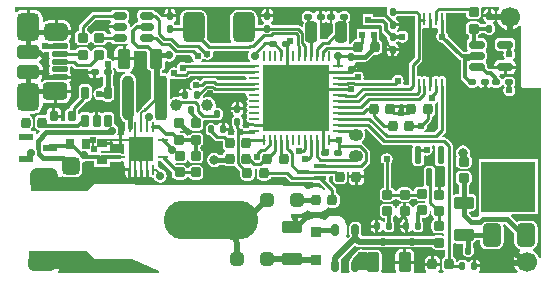
<source format=gtl>
G04 Layer_Physical_Order=1*
G04 Layer_Color=255*
%FSLAX25Y25*%
%MOIN*%
G70*
G01*
G75*
%ADD10C,0.01969*%
G04:AMPARAMS|DCode=11|XSize=35.43mil|YSize=31.5mil|CornerRadius=7.87mil|HoleSize=0mil|Usage=FLASHONLY|Rotation=180.000|XOffset=0mil|YOffset=0mil|HoleType=Round|Shape=RoundedRectangle|*
%AMROUNDEDRECTD11*
21,1,0.03543,0.01575,0,0,180.0*
21,1,0.01969,0.03150,0,0,180.0*
1,1,0.01575,-0.00984,0.00787*
1,1,0.01575,0.00984,0.00787*
1,1,0.01575,0.00984,-0.00787*
1,1,0.01575,-0.00984,-0.00787*
%
%ADD11ROUNDEDRECTD11*%
G04:AMPARAMS|DCode=12|XSize=19.69mil|YSize=23.62mil|CornerRadius=4.92mil|HoleSize=0mil|Usage=FLASHONLY|Rotation=180.000|XOffset=0mil|YOffset=0mil|HoleType=Round|Shape=RoundedRectangle|*
%AMROUNDEDRECTD12*
21,1,0.01969,0.01378,0,0,180.0*
21,1,0.00984,0.02362,0,0,180.0*
1,1,0.00984,-0.00492,0.00689*
1,1,0.00984,0.00492,0.00689*
1,1,0.00984,0.00492,-0.00689*
1,1,0.00984,-0.00492,-0.00689*
%
%ADD12ROUNDEDRECTD12*%
G04:AMPARAMS|DCode=13|XSize=70.87mil|YSize=39.37mil|CornerRadius=9.84mil|HoleSize=0mil|Usage=FLASHONLY|Rotation=270.000|XOffset=0mil|YOffset=0mil|HoleType=Round|Shape=RoundedRectangle|*
%AMROUNDEDRECTD13*
21,1,0.07087,0.01969,0,0,270.0*
21,1,0.05118,0.03937,0,0,270.0*
1,1,0.01969,-0.00984,-0.02559*
1,1,0.01969,-0.00984,0.02559*
1,1,0.01969,0.00984,0.02559*
1,1,0.01969,0.00984,-0.02559*
%
%ADD13ROUNDEDRECTD13*%
G04:AMPARAMS|DCode=14|XSize=19.69mil|YSize=23.62mil|CornerRadius=4.92mil|HoleSize=0mil|Usage=FLASHONLY|Rotation=270.000|XOffset=0mil|YOffset=0mil|HoleType=Round|Shape=RoundedRectangle|*
%AMROUNDEDRECTD14*
21,1,0.01969,0.01378,0,0,270.0*
21,1,0.00984,0.02362,0,0,270.0*
1,1,0.00984,-0.00689,-0.00492*
1,1,0.00984,-0.00689,0.00492*
1,1,0.00984,0.00689,0.00492*
1,1,0.00984,0.00689,-0.00492*
%
%ADD14ROUNDEDRECTD14*%
G04:AMPARAMS|DCode=15|XSize=35.43mil|YSize=31.5mil|CornerRadius=7.87mil|HoleSize=0mil|Usage=FLASHONLY|Rotation=90.000|XOffset=0mil|YOffset=0mil|HoleType=Round|Shape=RoundedRectangle|*
%AMROUNDEDRECTD15*
21,1,0.03543,0.01575,0,0,90.0*
21,1,0.01969,0.03150,0,0,90.0*
1,1,0.01575,0.00787,0.00984*
1,1,0.01575,0.00787,-0.00984*
1,1,0.01575,-0.00787,-0.00984*
1,1,0.01575,-0.00787,0.00984*
%
%ADD15ROUNDEDRECTD15*%
G04:AMPARAMS|DCode=16|XSize=43.31mil|YSize=9.84mil|CornerRadius=2.46mil|HoleSize=0mil|Usage=FLASHONLY|Rotation=270.000|XOffset=0mil|YOffset=0mil|HoleType=Round|Shape=RoundedRectangle|*
%AMROUNDEDRECTD16*
21,1,0.04331,0.00492,0,0,270.0*
21,1,0.03839,0.00984,0,0,270.0*
1,1,0.00492,-0.00246,-0.01919*
1,1,0.00492,-0.00246,0.01919*
1,1,0.00492,0.00246,0.01919*
1,1,0.00492,0.00246,-0.01919*
%
%ADD16ROUNDEDRECTD16*%
%ADD17R,0.03543X0.03150*%
%ADD18R,0.03150X0.03543*%
G04:AMPARAMS|DCode=19|XSize=66.93mil|YSize=43.31mil|CornerRadius=10.83mil|HoleSize=0mil|Usage=FLASHONLY|Rotation=180.000|XOffset=0mil|YOffset=0mil|HoleType=Round|Shape=RoundedRectangle|*
%AMROUNDEDRECTD19*
21,1,0.06693,0.02165,0,0,180.0*
21,1,0.04528,0.04331,0,0,180.0*
1,1,0.02165,-0.02264,0.01083*
1,1,0.02165,0.02264,0.01083*
1,1,0.02165,0.02264,-0.01083*
1,1,0.02165,-0.02264,-0.01083*
%
%ADD19ROUNDEDRECTD19*%
G04:AMPARAMS|DCode=20|XSize=66.93mil|YSize=43.31mil|CornerRadius=10.83mil|HoleSize=0mil|Usage=FLASHONLY|Rotation=270.000|XOffset=0mil|YOffset=0mil|HoleType=Round|Shape=RoundedRectangle|*
%AMROUNDEDRECTD20*
21,1,0.06693,0.02165,0,0,270.0*
21,1,0.04528,0.04331,0,0,270.0*
1,1,0.02165,-0.01083,-0.02264*
1,1,0.02165,-0.01083,0.02264*
1,1,0.02165,0.01083,0.02264*
1,1,0.02165,0.01083,-0.02264*
%
%ADD20ROUNDEDRECTD20*%
G04:AMPARAMS|DCode=21|XSize=15.75mil|YSize=43.31mil|CornerRadius=3.94mil|HoleSize=0mil|Usage=FLASHONLY|Rotation=270.000|XOffset=0mil|YOffset=0mil|HoleType=Round|Shape=RoundedRectangle|*
%AMROUNDEDRECTD21*
21,1,0.01575,0.03543,0,0,270.0*
21,1,0.00787,0.04331,0,0,270.0*
1,1,0.00787,-0.01772,-0.00394*
1,1,0.00787,-0.01772,0.00394*
1,1,0.00787,0.01772,0.00394*
1,1,0.00787,0.01772,-0.00394*
%
%ADD21ROUNDEDRECTD21*%
%ADD22O,0.00984X0.03543*%
%ADD23O,0.03543X0.00984*%
%ADD24R,0.22441X0.22441*%
G04:AMPARAMS|DCode=25|XSize=25.59mil|YSize=43.31mil|CornerRadius=6.4mil|HoleSize=0mil|Usage=FLASHONLY|Rotation=180.000|XOffset=0mil|YOffset=0mil|HoleType=Round|Shape=RoundedRectangle|*
%AMROUNDEDRECTD25*
21,1,0.02559,0.03051,0,0,180.0*
21,1,0.01280,0.04331,0,0,180.0*
1,1,0.01280,-0.00640,0.01526*
1,1,0.01280,0.00640,0.01526*
1,1,0.01280,0.00640,-0.01526*
1,1,0.01280,-0.00640,-0.01526*
%
%ADD25ROUNDEDRECTD25*%
G04:AMPARAMS|DCode=26|XSize=27.56mil|YSize=51.18mil|CornerRadius=6.89mil|HoleSize=0mil|Usage=FLASHONLY|Rotation=90.000|XOffset=0mil|YOffset=0mil|HoleType=Round|Shape=RoundedRectangle|*
%AMROUNDEDRECTD26*
21,1,0.02756,0.03740,0,0,90.0*
21,1,0.01378,0.05118,0,0,90.0*
1,1,0.01378,0.01870,0.00689*
1,1,0.01378,0.01870,-0.00689*
1,1,0.01378,-0.01870,-0.00689*
1,1,0.01378,-0.01870,0.00689*
%
%ADD26ROUNDEDRECTD26*%
G04:AMPARAMS|DCode=27|XSize=35.43mil|YSize=27.56mil|CornerRadius=6.89mil|HoleSize=0mil|Usage=FLASHONLY|Rotation=90.000|XOffset=0mil|YOffset=0mil|HoleType=Round|Shape=RoundedRectangle|*
%AMROUNDEDRECTD27*
21,1,0.03543,0.01378,0,0,90.0*
21,1,0.02165,0.02756,0,0,90.0*
1,1,0.01378,0.00689,0.01083*
1,1,0.01378,0.00689,-0.01083*
1,1,0.01378,-0.00689,-0.01083*
1,1,0.01378,-0.00689,0.01083*
%
%ADD27ROUNDEDRECTD27*%
%ADD28O,0.03937X0.14961*%
G04:AMPARAMS|DCode=29|XSize=39.37mil|YSize=149.61mil|CornerRadius=9.84mil|HoleSize=0mil|Usage=FLASHONLY|Rotation=0.000|XOffset=0mil|YOffset=0mil|HoleType=Round|Shape=RoundedRectangle|*
%AMROUNDEDRECTD29*
21,1,0.03937,0.12992,0,0,0.0*
21,1,0.01969,0.14961,0,0,0.0*
1,1,0.01969,0.00984,-0.06496*
1,1,0.01969,-0.00984,-0.06496*
1,1,0.01969,-0.00984,0.06496*
1,1,0.01969,0.00984,0.06496*
%
%ADD29ROUNDEDRECTD29*%
G04:AMPARAMS|DCode=30|XSize=45mil|YSize=45mil|CornerRadius=11.25mil|HoleSize=0mil|Usage=FLASHONLY|Rotation=270.000|XOffset=0mil|YOffset=0mil|HoleType=Round|Shape=RoundedRectangle|*
%AMROUNDEDRECTD30*
21,1,0.04500,0.02250,0,0,270.0*
21,1,0.02250,0.04500,0,0,270.0*
1,1,0.02250,-0.01125,-0.01125*
1,1,0.02250,-0.01125,0.01125*
1,1,0.02250,0.01125,0.01125*
1,1,0.02250,0.01125,-0.01125*
%
%ADD30ROUNDEDRECTD30*%
G04:AMPARAMS|DCode=31|XSize=39.37mil|YSize=23.62mil|CornerRadius=5.91mil|HoleSize=0mil|Usage=FLASHONLY|Rotation=90.000|XOffset=0mil|YOffset=0mil|HoleType=Round|Shape=RoundedRectangle|*
%AMROUNDEDRECTD31*
21,1,0.03937,0.01181,0,0,90.0*
21,1,0.02756,0.02362,0,0,90.0*
1,1,0.01181,0.00591,0.01378*
1,1,0.01181,0.00591,-0.01378*
1,1,0.01181,-0.00591,-0.01378*
1,1,0.01181,-0.00591,0.01378*
%
%ADD31ROUNDEDRECTD31*%
%ADD32R,0.18110X0.16929*%
G04:AMPARAMS|DCode=33|XSize=78.74mil|YSize=62.99mil|CornerRadius=15.75mil|HoleSize=0mil|Usage=FLASHONLY|Rotation=270.000|XOffset=0mil|YOffset=0mil|HoleType=Round|Shape=RoundedRectangle|*
%AMROUNDEDRECTD33*
21,1,0.07874,0.03150,0,0,270.0*
21,1,0.04724,0.06299,0,0,270.0*
1,1,0.03150,-0.01575,-0.02362*
1,1,0.03150,-0.01575,0.02362*
1,1,0.03150,0.01575,0.02362*
1,1,0.03150,0.01575,-0.02362*
%
%ADD33ROUNDEDRECTD33*%
%ADD34R,0.08071X0.08071*%
%ADD35O,0.00787X0.03543*%
%ADD36O,0.03543X0.00787*%
G04:AMPARAMS|DCode=37|XSize=35.43mil|YSize=35.43mil|CornerRadius=8.86mil|HoleSize=0mil|Usage=FLASHONLY|Rotation=0.000|XOffset=0mil|YOffset=0mil|HoleType=Round|Shape=RoundedRectangle|*
%AMROUNDEDRECTD37*
21,1,0.03543,0.01772,0,0,0.0*
21,1,0.01772,0.03543,0,0,0.0*
1,1,0.01772,0.00886,-0.00886*
1,1,0.01772,-0.00886,-0.00886*
1,1,0.01772,-0.00886,0.00886*
1,1,0.01772,0.00886,0.00886*
%
%ADD37ROUNDEDRECTD37*%
G04:AMPARAMS|DCode=38|XSize=93.5mil|YSize=74.8mil|CornerRadius=18.7mil|HoleSize=0mil|Usage=FLASHONLY|Rotation=270.000|XOffset=0mil|YOffset=0mil|HoleType=Round|Shape=RoundedRectangle|*
%AMROUNDEDRECTD38*
21,1,0.09350,0.03740,0,0,270.0*
21,1,0.05610,0.07480,0,0,270.0*
1,1,0.03740,-0.01870,-0.02805*
1,1,0.03740,-0.01870,0.02805*
1,1,0.03740,0.01870,0.02805*
1,1,0.03740,0.01870,-0.02805*
%
%ADD38ROUNDEDRECTD38*%
G04:AMPARAMS|DCode=39|XSize=46.26mil|YSize=74.8mil|CornerRadius=11.57mil|HoleSize=0mil|Usage=FLASHONLY|Rotation=270.000|XOffset=0mil|YOffset=0mil|HoleType=Round|Shape=RoundedRectangle|*
%AMROUNDEDRECTD39*
21,1,0.04626,0.05167,0,0,270.0*
21,1,0.02313,0.07480,0,0,270.0*
1,1,0.02313,-0.02584,-0.01157*
1,1,0.02313,-0.02584,0.01157*
1,1,0.02313,0.02584,0.01157*
1,1,0.02313,0.02584,-0.01157*
%
%ADD39ROUNDEDRECTD39*%
G04:AMPARAMS|DCode=40|XSize=58.07mil|YSize=78.74mil|CornerRadius=14.52mil|HoleSize=0mil|Usage=FLASHONLY|Rotation=270.000|XOffset=0mil|YOffset=0mil|HoleType=Round|Shape=RoundedRectangle|*
%AMROUNDEDRECTD40*
21,1,0.05807,0.04971,0,0,270.0*
21,1,0.02904,0.07874,0,0,270.0*
1,1,0.02904,-0.02485,-0.01452*
1,1,0.02904,-0.02485,0.01452*
1,1,0.02904,0.02485,0.01452*
1,1,0.02904,0.02485,-0.01452*
%
%ADD40ROUNDEDRECTD40*%
G04:AMPARAMS|DCode=41|XSize=58.07mil|YSize=82.68mil|CornerRadius=14.52mil|HoleSize=0mil|Usage=FLASHONLY|Rotation=270.000|XOffset=0mil|YOffset=0mil|HoleType=Round|Shape=RoundedRectangle|*
%AMROUNDEDRECTD41*
21,1,0.05807,0.05364,0,0,270.0*
21,1,0.02904,0.08268,0,0,270.0*
1,1,0.02904,-0.02682,-0.01452*
1,1,0.02904,-0.02682,0.01452*
1,1,0.02904,0.02682,0.01452*
1,1,0.02904,0.02682,-0.01452*
%
%ADD41ROUNDEDRECTD41*%
G04:AMPARAMS|DCode=42|XSize=17.72mil|YSize=54.33mil|CornerRadius=4.43mil|HoleSize=0mil|Usage=FLASHONLY|Rotation=90.000|XOffset=0mil|YOffset=0mil|HoleType=Round|Shape=RoundedRectangle|*
%AMROUNDEDRECTD42*
21,1,0.01772,0.04547,0,0,90.0*
21,1,0.00886,0.05433,0,0,90.0*
1,1,0.00886,0.02274,0.00443*
1,1,0.00886,0.02274,-0.00443*
1,1,0.00886,-0.02274,-0.00443*
1,1,0.00886,-0.02274,0.00443*
%
%ADD42ROUNDEDRECTD42*%
G04:AMPARAMS|DCode=43|XSize=23.62mil|YSize=47.24mil|CornerRadius=5.91mil|HoleSize=0mil|Usage=FLASHONLY|Rotation=90.000|XOffset=0mil|YOffset=0mil|HoleType=Round|Shape=RoundedRectangle|*
%AMROUNDEDRECTD43*
21,1,0.02362,0.03543,0,0,90.0*
21,1,0.01181,0.04724,0,0,90.0*
1,1,0.01181,0.01772,0.00591*
1,1,0.01181,0.01772,-0.00591*
1,1,0.01181,-0.01772,-0.00591*
1,1,0.01181,-0.01772,0.00591*
%
%ADD43ROUNDEDRECTD43*%
G04:AMPARAMS|DCode=44|XSize=21.65mil|YSize=59.06mil|CornerRadius=5.41mil|HoleSize=0mil|Usage=FLASHONLY|Rotation=0.000|XOffset=0mil|YOffset=0mil|HoleType=Round|Shape=RoundedRectangle|*
%AMROUNDEDRECTD44*
21,1,0.02165,0.04823,0,0,0.0*
21,1,0.01083,0.05906,0,0,0.0*
1,1,0.01083,0.00541,-0.02411*
1,1,0.01083,-0.00541,-0.02411*
1,1,0.01083,-0.00541,0.02411*
1,1,0.01083,0.00541,0.02411*
%
%ADD44ROUNDEDRECTD44*%
G04:AMPARAMS|DCode=45|XSize=74.8mil|YSize=102.36mil|CornerRadius=18.7mil|HoleSize=0mil|Usage=FLASHONLY|Rotation=180.000|XOffset=0mil|YOffset=0mil|HoleType=Round|Shape=RoundedRectangle|*
%AMROUNDEDRECTD45*
21,1,0.07480,0.06496,0,0,180.0*
21,1,0.03740,0.10236,0,0,180.0*
1,1,0.03740,-0.01870,0.03248*
1,1,0.03740,0.01870,0.03248*
1,1,0.03740,0.01870,-0.03248*
1,1,0.03740,-0.01870,-0.03248*
%
%ADD45ROUNDEDRECTD45*%
%ADD46O,0.31496X0.12992*%
%ADD47R,0.01969X0.02362*%
%ADD48R,0.05118X0.02362*%
%ADD49C,0.00984*%
%ADD50C,0.00787*%
%ADD51C,0.01181*%
%ADD52C,0.01575*%
%ADD53C,0.01772*%
%ADD54C,0.01378*%
%ADD55R,0.04250X0.05000*%
%ADD56R,0.11713X0.04528*%
%ADD57R,0.12598X0.05906*%
G04:AMPARAMS|DCode=58|XSize=90.55mil|YSize=70.87mil|CornerRadius=17.72mil|HoleSize=0mil|Usage=FLASHONLY|Rotation=180.000|XOffset=0mil|YOffset=0mil|HoleType=Round|Shape=RoundedRectangle|*
%AMROUNDEDRECTD58*
21,1,0.09055,0.03543,0,0,180.0*
21,1,0.05512,0.07087,0,0,180.0*
1,1,0.03543,-0.02756,0.01772*
1,1,0.03543,0.02756,0.01772*
1,1,0.03543,0.02756,-0.01772*
1,1,0.03543,-0.02756,-0.01772*
%
%ADD58ROUNDEDRECTD58*%
G04:AMPARAMS|DCode=59|XSize=90.55mil|YSize=51.18mil|CornerRadius=12.8mil|HoleSize=0mil|Usage=FLASHONLY|Rotation=180.000|XOffset=0mil|YOffset=0mil|HoleType=Round|Shape=RoundedRectangle|*
%AMROUNDEDRECTD59*
21,1,0.09055,0.02559,0,0,180.0*
21,1,0.06496,0.05118,0,0,180.0*
1,1,0.02559,-0.03248,0.01280*
1,1,0.02559,0.03248,0.01280*
1,1,0.02559,0.03248,-0.01280*
1,1,0.02559,-0.03248,-0.01280*
%
%ADD59ROUNDEDRECTD59*%
%ADD60C,0.03937*%
G04:AMPARAMS|DCode=61|XSize=59.06mil|YSize=59.06mil|CornerRadius=14.76mil|HoleSize=0mil|Usage=FLASHONLY|Rotation=90.000|XOffset=0mil|YOffset=0mil|HoleType=Round|Shape=RoundedRectangle|*
%AMROUNDEDRECTD61*
21,1,0.05906,0.02953,0,0,90.0*
21,1,0.02953,0.05906,0,0,90.0*
1,1,0.02953,0.01476,0.01476*
1,1,0.02953,0.01476,-0.01476*
1,1,0.02953,-0.01476,-0.01476*
1,1,0.02953,-0.01476,0.01476*
%
%ADD61ROUNDEDRECTD61*%
%ADD62C,0.06693*%
%ADD63O,0.04724X0.03937*%
%ADD64C,0.02402*%
%ADD65C,0.03150*%
%ADD66C,0.02756*%
G36*
X12049Y-16097D02*
X12220Y-16252D01*
Y-17077D01*
X12315Y-17557D01*
X12554Y-17913D01*
X12315Y-18270D01*
X12220Y-18750D01*
Y-19636D01*
X12315Y-20116D01*
X12554Y-20472D01*
X12315Y-20829D01*
X12220Y-21309D01*
Y-22195D01*
X12315Y-22675D01*
X12426Y-22840D01*
X12115Y-23305D01*
X12015Y-23811D01*
X15748D01*
X19481D01*
X19381Y-23305D01*
X19070Y-22840D01*
X19181Y-22675D01*
X19276Y-22195D01*
Y-21309D01*
X19218Y-21019D01*
X19506Y-20603D01*
X19971Y-20566D01*
X20577Y-21172D01*
X21001Y-21455D01*
X21500Y-21555D01*
X24931D01*
X25330Y-22055D01*
X25291Y-22250D01*
X27500D01*
Y-22750D01*
X28000D01*
Y-24764D01*
X28189D01*
X28771Y-24648D01*
X29265Y-24318D01*
X29896Y-24262D01*
X30085Y-24435D01*
Y-27029D01*
X29807Y-27445D01*
X29774Y-27610D01*
X29227Y-28011D01*
X29035Y-27973D01*
X28260Y-28127D01*
X27602Y-28567D01*
X27163Y-29224D01*
X27008Y-30000D01*
X27163Y-30776D01*
X27602Y-31433D01*
X28260Y-31873D01*
X29035Y-32027D01*
X29811Y-31873D01*
X29930Y-31794D01*
X30123Y-32082D01*
X30595Y-32398D01*
X31152Y-32508D01*
X32431D01*
X32988Y-32398D01*
X33460Y-32082D01*
X33775Y-31610D01*
X33886Y-31053D01*
Y-28002D01*
X33775Y-27445D01*
X33497Y-27029D01*
Y-24023D01*
X33686Y-23741D01*
X33785Y-23242D01*
Y-22258D01*
X33686Y-21759D01*
X33497Y-21477D01*
Y-21323D01*
X33661Y-21153D01*
X34203Y-21312D01*
X34205Y-21326D01*
X34666Y-22015D01*
X35355Y-22476D01*
X36167Y-22637D01*
X37442D01*
X37542Y-23137D01*
X37193Y-23282D01*
X36617Y-23723D01*
X36175Y-24299D01*
X35898Y-24970D01*
X35803Y-25689D01*
Y-36713D01*
X35898Y-37432D01*
X36175Y-38102D01*
X36617Y-38678D01*
X37193Y-39120D01*
X37469Y-39234D01*
Y-41043D01*
X37591Y-41658D01*
X37649Y-41744D01*
X37382Y-42244D01*
X37205D01*
Y-43756D01*
X36425D01*
Y-45177D01*
Y-46598D01*
X37205D01*
X37205Y-49878D01*
X36603D01*
X36463Y-49785D01*
X35925Y-49678D01*
X32382D01*
Y-49508D01*
X29479D01*
X29390Y-49433D01*
X29574Y-48933D01*
X32594D01*
Y-46858D01*
X29823D01*
Y-45858D01*
X32594D01*
Y-45024D01*
X32917Y-44776D01*
X33171Y-44951D01*
X33126Y-45177D01*
X33234Y-45721D01*
X33542Y-46182D01*
X34003Y-46490D01*
X34547Y-46598D01*
X35425D01*
Y-45177D01*
Y-43756D01*
X35286D01*
X35018Y-43256D01*
X35209Y-42971D01*
X35377Y-42126D01*
X35209Y-41281D01*
X34730Y-40565D01*
X34014Y-40086D01*
X33886Y-40061D01*
Y-37451D01*
X33775Y-36894D01*
X33460Y-36422D01*
X32988Y-36107D01*
X32431Y-35996D01*
X31152D01*
X30595Y-36107D01*
X30123Y-36422D01*
X29701Y-36153D01*
X29331Y-35906D01*
X28691Y-35779D01*
X28551D01*
Y-38976D01*
X27551D01*
Y-35779D01*
X27411D01*
X26772Y-35906D01*
X26402Y-36153D01*
X25980Y-36422D01*
X25508Y-36107D01*
X24951Y-35996D01*
X23671D01*
X23114Y-36107D01*
X22642Y-36422D01*
X22478Y-36668D01*
X21978Y-36516D01*
Y-36220D01*
X21863Y-35644D01*
X21853Y-35629D01*
Y-35242D01*
X24587Y-32508D01*
X24951D01*
X25508Y-32398D01*
X25980Y-32082D01*
X26295Y-31610D01*
X26406Y-31053D01*
Y-28002D01*
X26295Y-27445D01*
X25980Y-26973D01*
X25508Y-26658D01*
X24951Y-26547D01*
X23671D01*
X23114Y-26658D01*
X22642Y-26973D01*
X22327Y-27445D01*
X22216Y-28002D01*
Y-31053D01*
X22239Y-31166D01*
X19625Y-33780D01*
X19343Y-34203D01*
X19243Y-34702D01*
Y-34715D01*
X19094D01*
X18519Y-34830D01*
X18030Y-35156D01*
X17704Y-35644D01*
X17589Y-36220D01*
Y-38386D01*
X17623Y-38557D01*
X17213Y-39057D01*
X16665D01*
X16255Y-38557D01*
X16289Y-38386D01*
Y-37803D01*
X13878D01*
Y-37303D01*
X13378D01*
Y-34498D01*
X13189D01*
X12530Y-34629D01*
X11971Y-35003D01*
X11598Y-35561D01*
X11467Y-36220D01*
Y-36528D01*
X10967Y-36926D01*
X10728Y-36879D01*
X9154D01*
X8539Y-37001D01*
X8018Y-37349D01*
X7670Y-37870D01*
X7548Y-38484D01*
Y-40453D01*
X7670Y-41067D01*
X8018Y-41588D01*
X8539Y-41936D01*
X8926Y-42013D01*
X9109Y-42538D01*
X8228Y-43419D01*
X7766Y-43227D01*
Y-42202D01*
X6332D01*
X6181Y-41702D01*
X6352Y-41588D01*
X6700Y-41067D01*
X6822Y-40453D01*
Y-40002D01*
X6850Y-39862D01*
X6822Y-39722D01*
Y-38484D01*
X6700Y-37870D01*
X6352Y-37349D01*
X5831Y-37001D01*
X5912Y-36507D01*
X7185D01*
X7934Y-36408D01*
X8632Y-36119D01*
X9232Y-35659D01*
X9692Y-35060D01*
X9981Y-34361D01*
X10080Y-33612D01*
Y-32892D01*
X10521Y-32656D01*
X10731Y-32797D01*
X11688Y-32987D01*
X13870D01*
Y-29035D01*
X14370D01*
Y-28535D01*
X19552D01*
Y-27584D01*
X19362Y-26627D01*
X18884Y-25913D01*
X19062Y-25794D01*
X19381Y-25317D01*
X19481Y-24811D01*
X15748D01*
X11956D01*
X11732Y-25084D01*
X11688D01*
X10731Y-25274D01*
X9920Y-25816D01*
X9446Y-25786D01*
X9453Y-25251D01*
X9930Y-24537D01*
X10097Y-23696D01*
Y-23039D01*
X5315D01*
Y-22039D01*
X10097D01*
Y-21383D01*
X9930Y-20541D01*
X9453Y-19828D01*
X8918Y-19471D01*
X8917Y-19468D01*
Y-18918D01*
X8918Y-18915D01*
X9453Y-18558D01*
X9930Y-17844D01*
X10097Y-17003D01*
Y-16418D01*
X10597Y-16022D01*
X11000Y-16102D01*
X11776Y-15948D01*
X12049Y-16097D01*
D02*
G37*
G36*
X167227Y-76390D02*
Y-79309D01*
X167411Y-80231D01*
X167933Y-81012D01*
X168714Y-81534D01*
X169142Y-81619D01*
X169230Y-81868D01*
X169235Y-82148D01*
X168400Y-82788D01*
X167703Y-83696D01*
X167265Y-84754D01*
X167182Y-85388D01*
X171500D01*
Y-86388D01*
X167182D01*
X167265Y-87023D01*
X167703Y-88080D01*
X168400Y-88988D01*
X168512Y-89074D01*
X168351Y-89548D01*
X155639D01*
X155487Y-89048D01*
X155536Y-89015D01*
X155866Y-88521D01*
X155982Y-87939D01*
Y-87750D01*
X153969D01*
Y-87250D01*
X153469D01*
Y-85041D01*
X152894Y-85155D01*
X152401Y-85485D01*
X152158Y-85849D01*
X151701Y-85887D01*
X151594Y-85860D01*
X151446Y-85638D01*
X151023Y-85356D01*
X150524Y-85256D01*
X149539D01*
X149040Y-85356D01*
X148617Y-85638D01*
X148412Y-85945D01*
X147899D01*
Y-85766D01*
X147777Y-85151D01*
X147429Y-84630D01*
X146908Y-84282D01*
X146805Y-84262D01*
Y-79791D01*
X147305Y-79524D01*
X147507Y-79659D01*
X148236Y-79804D01*
X150294D01*
Y-80987D01*
X150203Y-81443D01*
Y-82821D01*
X150303Y-83320D01*
X150585Y-83743D01*
X151009Y-84026D01*
X151508Y-84126D01*
X152492D01*
X152991Y-84026D01*
X153415Y-83743D01*
X153697Y-83320D01*
X153797Y-82821D01*
Y-81443D01*
X153706Y-80987D01*
Y-79517D01*
X154112Y-79246D01*
X154525Y-78627D01*
X154546Y-78521D01*
X155810D01*
Y-79309D01*
X155993Y-80231D01*
X156516Y-81012D01*
X157297Y-81534D01*
X158219Y-81717D01*
X161368D01*
X162290Y-81534D01*
X163071Y-81012D01*
X163593Y-80231D01*
X163777Y-79309D01*
Y-74585D01*
X163633Y-73864D01*
X163971Y-73444D01*
X164269Y-73432D01*
X167227Y-76390D01*
D02*
G37*
G36*
X32916Y-5594D02*
X32795Y-5897D01*
X32480Y-6368D01*
X32357Y-6988D01*
Y-7079D01*
X35750D01*
Y-8079D01*
X32357D01*
Y-8169D01*
X32480Y-8790D01*
X32795Y-9261D01*
X32916Y-9563D01*
X32612Y-10014D01*
X31487D01*
X31468Y-9917D01*
X31120Y-9396D01*
X30599Y-9048D01*
X29984Y-8926D01*
X28016D01*
X27401Y-9048D01*
X26880Y-9396D01*
X26532Y-9917D01*
X26505Y-10055D01*
X25995D01*
X25968Y-9917D01*
X25620Y-9396D01*
X25099Y-9048D01*
X24805Y-8990D01*
Y-8040D01*
X27702Y-5143D01*
X32612D01*
X32916Y-5594D01*
D02*
G37*
G36*
X104933Y-6053D02*
X105048Y-6130D01*
X105630Y-6246D01*
X106491D01*
X106808Y-6632D01*
X106757Y-6890D01*
Y-9509D01*
X104597Y-11669D01*
X103464D01*
X102995Y-11762D01*
X102954Y-11762D01*
X102495Y-11480D01*
Y-6890D01*
X102444Y-6632D01*
X102761Y-6246D01*
X103425D01*
X104007Y-6130D01*
X104122Y-6053D01*
X104527Y-5816D01*
X104933Y-6053D01*
D02*
G37*
G36*
X123077Y-46672D02*
X123501Y-46955D01*
X124000Y-47055D01*
X133102D01*
X133424Y-47555D01*
X133364Y-47858D01*
Y-52681D01*
X133467Y-53199D01*
X133760Y-53639D01*
X134200Y-53933D01*
X134719Y-54036D01*
X135801D01*
X136320Y-53933D01*
X136759Y-53639D01*
X137053Y-53199D01*
X137156Y-52681D01*
Y-50845D01*
X137656Y-50447D01*
X138056Y-50527D01*
X138832Y-50373D01*
X139490Y-49933D01*
X139929Y-49276D01*
X140084Y-48500D01*
X139929Y-47724D01*
X139816Y-47555D01*
X140083Y-47055D01*
X140582D01*
X140904Y-47555D01*
X140844Y-47858D01*
Y-52681D01*
X140947Y-53199D01*
X141241Y-53639D01*
X141680Y-53933D01*
X142199Y-54036D01*
X143281D01*
X143695Y-53953D01*
X144195Y-54224D01*
Y-60644D01*
X143695Y-60976D01*
X143234Y-60884D01*
X142750D01*
Y-63494D01*
X141750D01*
Y-60884D01*
X141266D01*
X141222Y-60893D01*
X141186Y-60875D01*
X140837Y-60460D01*
X140896Y-60161D01*
Y-55339D01*
X140793Y-54820D01*
X140499Y-54381D01*
X140060Y-54087D01*
X139541Y-53984D01*
X138459D01*
X137940Y-54087D01*
X137501Y-54381D01*
X137207Y-54820D01*
X137104Y-55339D01*
Y-60161D01*
X137142Y-60351D01*
X136766Y-60851D01*
X135516D01*
X134901Y-60973D01*
X134380Y-61321D01*
X134032Y-61842D01*
X133964Y-62184D01*
X133237D01*
X133218Y-62086D01*
X132870Y-61565D01*
X132349Y-61217D01*
X131734Y-61095D01*
X129766D01*
X129151Y-61217D01*
X128630Y-61565D01*
X128282Y-62086D01*
X128263Y-62184D01*
X127486D01*
X127468Y-62092D01*
X127120Y-61571D01*
X126599Y-61223D01*
X126347Y-61173D01*
Y-52939D01*
X126621Y-52529D01*
X126776Y-51754D01*
X126621Y-50978D01*
X126182Y-50320D01*
X125524Y-49881D01*
X124748Y-49726D01*
X123973Y-49881D01*
X123315Y-50320D01*
X122876Y-50978D01*
X122721Y-51754D01*
X122876Y-52529D01*
X123315Y-53187D01*
X123738Y-53470D01*
Y-61156D01*
X123401Y-61223D01*
X122880Y-61571D01*
X122532Y-62092D01*
X122410Y-62707D01*
Y-64281D01*
X122532Y-64896D01*
X122880Y-65417D01*
X123401Y-65765D01*
X124016Y-65887D01*
X125984D01*
X126599Y-65765D01*
X127120Y-65417D01*
X127468Y-64896D01*
X127488Y-64793D01*
X128263D01*
X128282Y-64890D01*
X128630Y-65411D01*
X129151Y-65759D01*
X129766Y-65881D01*
X131734D01*
X132349Y-65759D01*
X132870Y-65411D01*
X133218Y-64890D01*
X133237Y-64793D01*
X134130D01*
X134380Y-65167D01*
X134901Y-65515D01*
X135516Y-65637D01*
X137484D01*
X137698Y-65992D01*
X137674Y-66035D01*
X137311Y-66363D01*
X135516D01*
X134901Y-66485D01*
X134380Y-66833D01*
X134032Y-67354D01*
X133964Y-67698D01*
X133454D01*
X133418Y-67515D01*
X133023Y-66924D01*
X132432Y-66529D01*
X131734Y-66390D01*
X131250D01*
Y-69000D01*
X130250D01*
Y-66390D01*
X129766D01*
X129068Y-66529D01*
X128477Y-66924D01*
X128082Y-67515D01*
X128021Y-67822D01*
X127511D01*
X127468Y-67604D01*
X127120Y-67083D01*
X126599Y-66735D01*
X125984Y-66613D01*
X124016D01*
X123401Y-66735D01*
X122880Y-67083D01*
X122532Y-67604D01*
X122410Y-68218D01*
Y-69793D01*
X122532Y-70408D01*
X122880Y-70929D01*
X123401Y-71277D01*
X124016Y-71399D01*
X124064D01*
Y-72254D01*
X123795Y-72504D01*
X123239Y-72445D01*
X123099Y-72235D01*
X122606Y-71905D01*
X122031Y-71791D01*
Y-74000D01*
Y-76209D01*
X122606Y-76095D01*
X123099Y-75765D01*
X123342Y-75401D01*
X123799Y-75363D01*
X123906Y-75390D01*
X124054Y-75612D01*
X124477Y-75894D01*
X124976Y-75994D01*
X125961D01*
X126460Y-75894D01*
X126883Y-75612D01*
X127166Y-75188D01*
X127265Y-74689D01*
Y-73311D01*
X127166Y-72812D01*
X126883Y-72388D01*
X126874Y-72382D01*
Y-71093D01*
X127120Y-70929D01*
X127468Y-70408D01*
X127512Y-70183D01*
X128022D01*
X128082Y-70485D01*
X128477Y-71076D01*
X129068Y-71471D01*
X129753Y-71607D01*
X129774Y-71640D01*
X129901Y-72110D01*
X129714Y-72235D01*
X129384Y-72729D01*
X129268Y-73311D01*
Y-73500D01*
X131281D01*
Y-74000D01*
X131781D01*
Y-76209D01*
X132356Y-76095D01*
X132849Y-75765D01*
X133092Y-75401D01*
X133549Y-75363D01*
X133656Y-75390D01*
X133804Y-75612D01*
X134227Y-75894D01*
X134726Y-75994D01*
X135711D01*
X136210Y-75894D01*
X136633Y-75612D01*
X136916Y-75188D01*
X137015Y-74689D01*
Y-73311D01*
X136916Y-72812D01*
X136633Y-72388D01*
X136624Y-72382D01*
Y-71149D01*
X137484D01*
X138099Y-71027D01*
X138620Y-70679D01*
X138968Y-70158D01*
X139090Y-69543D01*
Y-68923D01*
X139590Y-68656D01*
X139660Y-68703D01*
Y-69793D01*
X139782Y-70408D01*
X140130Y-70929D01*
X140578Y-71228D01*
X140618Y-71500D01*
X140578Y-71772D01*
X140130Y-72071D01*
X139782Y-72592D01*
X139660Y-73207D01*
Y-74782D01*
X139782Y-75396D01*
X140130Y-75917D01*
X140651Y-76265D01*
X141266Y-76387D01*
X143234D01*
X143559Y-76323D01*
X143997Y-76649D01*
Y-76850D01*
X143559Y-77177D01*
X143234Y-77113D01*
X141266D01*
X140651Y-77235D01*
X140536Y-77312D01*
X134373D01*
X134241Y-77224D01*
X133742Y-77125D01*
X132758D01*
X132259Y-77224D01*
X132127Y-77312D01*
X124623D01*
X124491Y-77224D01*
X123992Y-77125D01*
X123008D01*
X122509Y-77224D01*
X122377Y-77312D01*
X116768D01*
X116358Y-76812D01*
X116366Y-76772D01*
Y-74016D01*
X116259Y-73478D01*
X115954Y-73022D01*
X115498Y-72718D01*
X114961Y-72611D01*
X113779D01*
X113242Y-72718D01*
X112786Y-73022D01*
X112481Y-73478D01*
X112375Y-74016D01*
Y-76772D01*
X112466Y-77230D01*
X111747Y-77949D01*
X111323Y-77666D01*
X111331Y-77645D01*
X111446Y-76772D01*
Y-74016D01*
X111331Y-73142D01*
X110994Y-72328D01*
X110458Y-71629D01*
X109758Y-71093D01*
X108944Y-70755D01*
X108071Y-70640D01*
X106890D01*
X106016Y-70755D01*
X105202Y-71093D01*
X104503Y-71629D01*
X104357Y-71820D01*
X103767D01*
X103116Y-71550D01*
X102165Y-71425D01*
X100394D01*
X99443Y-71550D01*
X98557Y-71917D01*
X97984Y-72357D01*
X97966Y-72364D01*
X97439Y-72298D01*
X97357Y-72252D01*
X97072Y-71825D01*
X96384Y-71365D01*
X95571Y-71203D01*
X92971D01*
X92944Y-70091D01*
X93315Y-69757D01*
X93643Y-69800D01*
X95893D01*
X96803Y-69680D01*
X97651Y-69328D01*
X98380Y-68770D01*
X98496Y-68754D01*
X98805Y-68991D01*
X99572Y-69309D01*
X100394Y-69417D01*
X101969D01*
X102791Y-69309D01*
X103557Y-68991D01*
X104215Y-68486D01*
X104720Y-67829D01*
X104727Y-67811D01*
X105205Y-67666D01*
X105291Y-67724D01*
X105905Y-67846D01*
X107480D01*
X108095Y-67724D01*
X108616Y-67375D01*
X108964Y-66855D01*
X109086Y-66240D01*
Y-64272D01*
X108964Y-63657D01*
X108616Y-63136D01*
X108095Y-62788D01*
X107998Y-62769D01*
Y-62008D01*
X107898Y-61509D01*
X107615Y-61085D01*
X105468Y-58938D01*
X105542Y-58827D01*
X105633Y-58366D01*
Y-57579D01*
X105855Y-57309D01*
X106761D01*
Y-58464D01*
X106883Y-59079D01*
X107231Y-59600D01*
X107752Y-59948D01*
X108366Y-60070D01*
X109941D01*
X110555Y-59948D01*
X111076Y-59600D01*
X111424Y-59079D01*
X111547Y-58464D01*
Y-56496D01*
X111458Y-56053D01*
X111733Y-55653D01*
X111810Y-55596D01*
X112141Y-56067D01*
X112056Y-56496D01*
Y-56980D01*
X114665D01*
X117275D01*
Y-56496D01*
X117137Y-55799D01*
X116809Y-55309D01*
X116838Y-55241D01*
X117261Y-54958D01*
X118944Y-53275D01*
X119227Y-52852D01*
X119326Y-52353D01*
Y-49421D01*
X119227Y-48922D01*
X118944Y-48499D01*
X116963Y-46518D01*
X116613Y-46284D01*
X116513Y-45871D01*
X116509Y-45831D01*
X116524Y-45723D01*
X116859Y-45465D01*
X117301Y-44890D01*
X117579Y-44219D01*
X117673Y-43500D01*
X117579Y-42781D01*
X117301Y-42110D01*
X117223Y-42009D01*
X117445Y-41561D01*
X117965D01*
X123077Y-46672D01*
D02*
G37*
G36*
X78045Y-24413D02*
X78026Y-24508D01*
X78059Y-24672D01*
X77680Y-25172D01*
X68473D01*
X68261Y-24960D01*
X67838Y-24677D01*
X67339Y-24578D01*
X64148D01*
X63649Y-24677D01*
X63226Y-24960D01*
X62645Y-25541D01*
X62026Y-25127D01*
X61250Y-24973D01*
X60474Y-25127D01*
X59817Y-25567D01*
X59377Y-26224D01*
X59223Y-27000D01*
X59377Y-27776D01*
X59784Y-28384D01*
X59754Y-28488D01*
X59721Y-28517D01*
X59099Y-28485D01*
X58606Y-28155D01*
X58031Y-28041D01*
Y-30250D01*
X57531D01*
Y-30750D01*
X55445D01*
X55431Y-30768D01*
X55082Y-31029D01*
X55028Y-31040D01*
X54500Y-30970D01*
X53781Y-31065D01*
X53110Y-31343D01*
X52897Y-31506D01*
X52397Y-31260D01*
Y-24921D01*
X52848Y-24647D01*
X52880Y-24643D01*
X53224Y-24873D01*
X54000Y-25027D01*
X54776Y-24873D01*
X54828Y-24838D01*
X55753D01*
X55800Y-24848D01*
X57700D01*
X58199Y-24748D01*
X58212Y-24739D01*
X58216Y-24739D01*
X58639Y-24456D01*
X59182Y-23913D01*
X77635D01*
X78045Y-24413D01*
D02*
G37*
G36*
X78996Y-15978D02*
X78710Y-16405D01*
X78542Y-17250D01*
X78710Y-18095D01*
X79167Y-18778D01*
X79129Y-18970D01*
X79008Y-19291D01*
X77436Y-19445D01*
X62875D01*
X62723Y-18945D01*
X63147Y-18662D01*
X63343Y-18369D01*
X64012Y-18231D01*
X64224Y-18373D01*
X64410Y-18410D01*
X64478Y-18455D01*
X64978Y-18555D01*
X65477Y-18455D01*
X65526Y-18422D01*
X65776Y-18373D01*
X66433Y-17933D01*
X66873Y-17276D01*
X67027Y-16500D01*
X66923Y-15978D01*
X67264Y-15478D01*
X78728D01*
X78996Y-15978D01*
D02*
G37*
G36*
X59687Y-17229D02*
X59841Y-18005D01*
X60280Y-18662D01*
X60704Y-18945D01*
X60553Y-19445D01*
X57628D01*
X57526Y-19377D01*
X56750Y-19223D01*
X55974Y-19377D01*
X55317Y-19817D01*
X54877Y-20474D01*
X54748Y-21122D01*
X54000Y-20973D01*
X53224Y-21127D01*
X52567Y-21567D01*
X52127Y-22224D01*
X51991Y-22908D01*
X51704Y-23103D01*
X51499Y-23181D01*
X51282Y-23036D01*
X50591Y-22898D01*
X49936D01*
Y-22112D01*
X50311Y-21862D01*
X50724Y-21243D01*
X50869Y-20514D01*
Y-19212D01*
X51310Y-18976D01*
X51405Y-19040D01*
X52250Y-19208D01*
X53095Y-19040D01*
X53811Y-18561D01*
X54290Y-17845D01*
X54388Y-17348D01*
X54529Y-16982D01*
X54943Y-16875D01*
X59291D01*
X59687Y-17229D01*
D02*
G37*
G36*
X26751Y-84371D02*
X27077Y-84589D01*
X27362Y-84645D01*
X27657Y-84941D01*
X39961D01*
X48969Y-89059D01*
X48863Y-89548D01*
X15305D01*
X15061Y-89048D01*
X15435Y-88488D01*
X15612Y-87598D01*
Y-86819D01*
X10039D01*
Y-86319D01*
X9539D01*
Y-82715D01*
X6791D01*
X6424Y-82788D01*
X5988Y-82508D01*
X6257Y-82185D01*
X24565D01*
X26751Y-84371D01*
D02*
G37*
G36*
X141975Y-32773D02*
Y-41430D01*
X140710Y-42695D01*
X137443D01*
X137291Y-42195D01*
X137683Y-41933D01*
X138123Y-41276D01*
X138277Y-40500D01*
X138247Y-40348D01*
X139428Y-39167D01*
X139711Y-38743D01*
X139811Y-38244D01*
Y-37487D01*
X139908Y-37468D01*
X140429Y-37120D01*
X140777Y-36599D01*
X140899Y-35984D01*
Y-34016D01*
X140777Y-33401D01*
X141063Y-32930D01*
X141433Y-32683D01*
X141475Y-32621D01*
X141975Y-32773D01*
D02*
G37*
G36*
X66354Y-28983D02*
X66435Y-29037D01*
X66765Y-29367D01*
X67188Y-29650D01*
X67687Y-29750D01*
X77680D01*
X78059Y-30250D01*
X78026Y-30413D01*
X78125Y-30913D01*
X78408Y-31336D01*
Y-31459D01*
X78125Y-31883D01*
X78026Y-32382D01*
X78125Y-32881D01*
X78408Y-33304D01*
Y-33428D01*
X78125Y-33851D01*
X78026Y-34350D01*
X78125Y-34850D01*
X78408Y-35273D01*
Y-35396D01*
X78125Y-35820D01*
X78026Y-36319D01*
X78125Y-36818D01*
X78188Y-36911D01*
X78378Y-37303D01*
X78188Y-37695D01*
X78125Y-37788D01*
X78026Y-38287D01*
X78125Y-38787D01*
X78285Y-39026D01*
X78255Y-39180D01*
X77925Y-39674D01*
X77909Y-39756D01*
X80610D01*
Y-40756D01*
X77777D01*
X77574Y-41074D01*
X77182Y-41148D01*
X76887Y-40950D01*
X76728Y-40591D01*
X76687Y-40349D01*
X76697Y-40334D01*
X76797Y-39835D01*
Y-38457D01*
X76697Y-37958D01*
X76415Y-37534D01*
X76222Y-37406D01*
X76207Y-37360D01*
X76249Y-36832D01*
X76568Y-36619D01*
X76898Y-36125D01*
X77013Y-35543D01*
Y-35354D01*
X72987D01*
Y-35543D01*
X73102Y-36125D01*
X73432Y-36619D01*
X73750Y-36832D01*
X73793Y-37360D01*
X73778Y-37406D01*
X73585Y-37534D01*
X73303Y-37958D01*
X73203Y-38457D01*
Y-39835D01*
X73303Y-40334D01*
X73445Y-40548D01*
Y-41000D01*
X73545Y-41499D01*
X73827Y-41923D01*
X74087Y-42182D01*
X73974Y-42750D01*
X74023Y-42991D01*
X73956Y-43091D01*
X73856Y-43591D01*
X73676Y-43739D01*
X73282Y-43660D01*
X72291D01*
X72023Y-43160D01*
X72116Y-43021D01*
X72232Y-42439D01*
Y-42250D01*
X70218D01*
Y-41750D01*
X69718D01*
Y-39541D01*
X69144Y-39656D01*
X68651Y-39985D01*
X68408Y-40349D01*
X67951Y-40387D01*
X67844Y-40360D01*
X67696Y-40139D01*
X67273Y-39856D01*
X66774Y-39756D01*
X65789D01*
X65290Y-39856D01*
X64867Y-40139D01*
X64584Y-40562D01*
X64485Y-41061D01*
Y-42439D01*
X64584Y-42938D01*
X64867Y-43361D01*
X65290Y-43644D01*
X65789Y-43744D01*
X65899D01*
X67327Y-45173D01*
X67751Y-45455D01*
X68250Y-45555D01*
X69954D01*
X70101Y-45702D01*
Y-47234D01*
X70223Y-47849D01*
X70571Y-48370D01*
X70912Y-48597D01*
X70912Y-49153D01*
X70571Y-49380D01*
X70223Y-49901D01*
X70151Y-50265D01*
X69025D01*
X68248Y-49746D01*
X67326Y-49563D01*
X66404Y-49746D01*
X65623Y-50268D01*
X65101Y-51049D01*
X64918Y-51971D01*
X65101Y-52893D01*
X65623Y-53674D01*
X66404Y-54196D01*
X67326Y-54379D01*
X68248Y-54196D01*
X69025Y-53677D01*
X70657D01*
X71092Y-53968D01*
X71707Y-54090D01*
X73282D01*
X73896Y-53968D01*
X74101Y-53831D01*
X74239Y-54036D01*
X75953Y-55751D01*
Y-57284D01*
X76076Y-57898D01*
X76424Y-58419D01*
X76945Y-58767D01*
X77559Y-58889D01*
X79134D01*
X79748Y-58767D01*
X80269Y-58419D01*
X80617Y-57898D01*
X80739Y-57284D01*
Y-55315D01*
X80725Y-55243D01*
X81099Y-54773D01*
X81106D01*
X81480Y-55243D01*
X81465Y-55315D01*
Y-57284D01*
X81587Y-57898D01*
X81936Y-58419D01*
X82456Y-58767D01*
X83071Y-58889D01*
X84646D01*
X85260Y-58767D01*
X85781Y-58419D01*
X86129Y-57898D01*
X86188Y-57604D01*
X91093D01*
X92385Y-58895D01*
X92808Y-59178D01*
X93307Y-59277D01*
X100123D01*
X100425Y-59479D01*
X100886Y-59570D01*
X102410D01*
X104302Y-61462D01*
X103972Y-61839D01*
X103557Y-61520D01*
X102791Y-61203D01*
X101969Y-61095D01*
X100394D01*
X99572Y-61203D01*
X98805Y-61520D01*
X98715Y-61589D01*
X98380Y-61545D01*
X97651Y-60986D01*
X96803Y-60635D01*
X95893Y-60515D01*
X93643D01*
X92732Y-60635D01*
X92539Y-60715D01*
X87965Y-60374D01*
X87200D01*
X86906Y-60251D01*
X85893Y-60118D01*
X83643D01*
X82630Y-60251D01*
X82335Y-60374D01*
X41320D01*
X41261Y-60314D01*
X40935Y-60097D01*
X40551Y-60020D01*
X27559D01*
X27175Y-60097D01*
X26849Y-60314D01*
X24978Y-62186D01*
X15940D01*
X15694Y-61686D01*
X15815Y-61528D01*
X16094Y-60853D01*
X16189Y-60130D01*
Y-58858D01*
X10638D01*
Y-57858D01*
X16189D01*
Y-57520D01*
X16689Y-57252D01*
X17129Y-57546D01*
X18012Y-57722D01*
X20965D01*
X21848Y-57546D01*
X22597Y-57046D01*
X23097Y-56297D01*
X23273Y-55413D01*
Y-52896D01*
X23659Y-52579D01*
X23819Y-52611D01*
X24664Y-52443D01*
X25039Y-52192D01*
X27264D01*
Y-54232D01*
X32382D01*
Y-52488D01*
X35925D01*
X36463Y-52381D01*
X36603Y-52287D01*
X36851D01*
X37205Y-52640D01*
X37205Y-53494D01*
X37371D01*
X37654Y-53839D01*
Y-54716D01*
X39075D01*
Y-55216D01*
X39575D01*
Y-57916D01*
X39619Y-57907D01*
X40059Y-57613D01*
X40499Y-57907D01*
X40543Y-57916D01*
Y-55216D01*
X41543D01*
Y-57916D01*
X41587Y-57907D01*
X42028Y-57613D01*
X42468Y-57907D01*
X42512Y-57916D01*
Y-55216D01*
X43512D01*
Y-57916D01*
X43556Y-57907D01*
X43996Y-57613D01*
X44436Y-57907D01*
X44480Y-57916D01*
Y-55216D01*
X45480D01*
Y-57916D01*
X45524Y-57907D01*
X45985Y-57599D01*
X46488Y-57707D01*
X46949Y-57799D01*
X47198Y-57749D01*
X47274Y-58131D01*
X47752Y-58847D01*
X48469Y-59326D01*
X49313Y-59494D01*
X50158Y-59326D01*
X50875Y-58847D01*
X51353Y-58131D01*
X51521Y-57286D01*
X51353Y-56441D01*
X50875Y-55725D01*
X50158Y-55247D01*
X49421Y-55100D01*
X48686Y-54365D01*
X48562Y-54282D01*
X48483Y-53983D01*
X48705Y-53494D01*
X48705D01*
Y-52300D01*
X48720Y-52287D01*
X49458D01*
X53217Y-56046D01*
Y-56890D01*
X53339Y-57504D01*
X53688Y-58025D01*
X54208Y-58373D01*
X54823Y-58495D01*
X56791D01*
X57406Y-58373D01*
X57927Y-58025D01*
X58187Y-57636D01*
X58280Y-57610D01*
X58649D01*
X58742Y-57636D01*
X59002Y-58025D01*
X59523Y-58373D01*
X60138Y-58495D01*
X62106D01*
X62721Y-58373D01*
X63242Y-58025D01*
X63590Y-57504D01*
X63712Y-56890D01*
Y-55315D01*
X63590Y-54700D01*
X63242Y-54180D01*
X62721Y-53831D01*
X62106Y-53709D01*
X60138D01*
X59523Y-53831D01*
X59002Y-54180D01*
X58742Y-54569D01*
X58649Y-54595D01*
X58280D01*
X58187Y-54569D01*
X57927Y-54180D01*
X57406Y-53832D01*
X56791Y-53709D01*
X54823D01*
X54612Y-53751D01*
X54238Y-53377D01*
X54484Y-52916D01*
X54823Y-52984D01*
X56791D01*
X57406Y-52861D01*
X57927Y-52513D01*
X58187Y-52124D01*
X58280Y-52098D01*
X58649D01*
X58742Y-52124D01*
X59002Y-52513D01*
X59523Y-52861D01*
X60138Y-52984D01*
X62106D01*
X62721Y-52861D01*
X63242Y-52513D01*
X63590Y-51992D01*
X63712Y-51378D01*
Y-49803D01*
X63590Y-49189D01*
X63242Y-48668D01*
X62721Y-48320D01*
X62527Y-48281D01*
Y-47565D01*
X62721Y-47527D01*
X63242Y-47179D01*
X63590Y-46658D01*
X63712Y-46043D01*
Y-44469D01*
X63590Y-43854D01*
X63242Y-43333D01*
X62721Y-42985D01*
X62106Y-42863D01*
X60138D01*
X59523Y-42985D01*
X59002Y-43333D01*
X58656Y-43851D01*
X58174D01*
X57828Y-43333D01*
X57307Y-42985D01*
X56693Y-42863D01*
X55777D01*
X55771Y-42854D01*
X56039Y-42354D01*
X56693D01*
X57390Y-42215D01*
X57982Y-41820D01*
X58242Y-41430D01*
X58803Y-41389D01*
X58821Y-41395D01*
X59002Y-41667D01*
X59523Y-42015D01*
X60138Y-42137D01*
X62106D01*
X62721Y-42015D01*
X63242Y-41667D01*
X63590Y-41146D01*
X63712Y-40532D01*
Y-38957D01*
X63709Y-38941D01*
X64026Y-38555D01*
X67402D01*
X67758Y-38625D01*
X68742D01*
X69241Y-38526D01*
X69665Y-38243D01*
X69947Y-37820D01*
X70047Y-37321D01*
Y-35943D01*
X69947Y-35444D01*
X69665Y-35020D01*
X69241Y-34738D01*
X68742Y-34638D01*
X68147D01*
X68110Y-34625D01*
X67727Y-34151D01*
X67780Y-33750D01*
X67685Y-33031D01*
X67407Y-32360D01*
X66966Y-31784D01*
X66390Y-31343D01*
X65719Y-31065D01*
X65000Y-30970D01*
X64281Y-31065D01*
X64035Y-31167D01*
X63471Y-30882D01*
X63423Y-30693D01*
X64380Y-29736D01*
X64407Y-29696D01*
X64542Y-29561D01*
X64622Y-29507D01*
X65358Y-28771D01*
X66142D01*
X66354Y-28983D01*
D02*
G37*
G36*
X114917Y-80787D02*
X115608Y-80924D01*
X115733Y-80900D01*
X115858Y-80924D01*
X122377D01*
X122509Y-81012D01*
X123008Y-81112D01*
X123992D01*
X124491Y-81012D01*
X124623Y-80924D01*
X132127D01*
X132259Y-81012D01*
X132758Y-81112D01*
X133742D01*
X134241Y-81012D01*
X134373Y-80924D01*
X139794D01*
X140130Y-81429D01*
X140651Y-81777D01*
X141266Y-81899D01*
X143234D01*
X143695Y-81807D01*
X144195Y-82101D01*
Y-84264D01*
X144104Y-84282D01*
X143583Y-84630D01*
X143235Y-85151D01*
X143113Y-85766D01*
Y-87734D01*
X143235Y-88349D01*
X143583Y-88870D01*
X143850Y-89048D01*
X143698Y-89548D01*
X142185D01*
X142033Y-89048D01*
X142070Y-89023D01*
X142465Y-88432D01*
X142604Y-87734D01*
Y-87250D01*
X139994D01*
X137384D01*
Y-87734D01*
X137523Y-88432D01*
X137918Y-89023D01*
X137955Y-89048D01*
X137803Y-89548D01*
X134120D01*
X133864Y-89135D01*
X133865Y-89048D01*
X134021Y-88264D01*
Y-86500D01*
X130815D01*
X127609D01*
Y-88264D01*
X127765Y-89048D01*
X127766Y-89135D01*
X127510Y-89548D01*
X123189D01*
X122954Y-89107D01*
X123029Y-88993D01*
X123174Y-88264D01*
Y-83736D01*
X123029Y-83007D01*
X122616Y-82388D01*
X121997Y-81975D01*
X121268Y-81830D01*
X119102D01*
X118373Y-81975D01*
X118308Y-82018D01*
X117935Y-81944D01*
X117125D01*
X117026Y-81877D01*
X116250Y-81723D01*
X115474Y-81877D01*
X114817Y-82317D01*
X114377Y-82974D01*
X114354Y-83092D01*
X113093Y-84353D01*
X112701Y-84939D01*
X112695Y-84970D01*
X112481Y-85289D01*
X112375Y-85827D01*
Y-88583D01*
X112467Y-89048D01*
X112292Y-89474D01*
X112253Y-89548D01*
X109597D01*
X109558Y-89474D01*
X109383Y-89048D01*
X109476Y-88583D01*
Y-85827D01*
X109393Y-85411D01*
X114378Y-80427D01*
X114917Y-80787D01*
D02*
G37*
G36*
X162379Y-1503D02*
X161953Y-2058D01*
X161515Y-3115D01*
X161510Y-3157D01*
X161013Y-3165D01*
X160898Y-2583D01*
X160568Y-2090D01*
X160074Y-1760D01*
X159500Y-1646D01*
Y-3854D01*
X159000D01*
Y-4354D01*
X156986D01*
Y-4543D01*
X157102Y-5125D01*
X157432Y-5619D01*
X157750Y-5832D01*
X157793Y-6360D01*
X157778Y-6406D01*
X157585Y-6534D01*
X157447Y-6741D01*
X156216D01*
X155870Y-6223D01*
X155349Y-5875D01*
X154734Y-5753D01*
X152766D01*
X152151Y-5875D01*
X151630Y-6223D01*
X151282Y-6744D01*
X151160Y-7358D01*
Y-8933D01*
X151282Y-9548D01*
X151630Y-10068D01*
X152151Y-10417D01*
X152345Y-10455D01*
Y-11427D01*
X152330Y-11430D01*
X151841Y-11756D01*
X151515Y-12245D01*
X151400Y-12821D01*
Y-14199D01*
X151515Y-14775D01*
X151671Y-15009D01*
X151800Y-15380D01*
X151671Y-15751D01*
X151608Y-15845D01*
X150357D01*
X145292Y-10779D01*
X145152Y-10079D01*
X144713Y-9421D01*
X144584Y-9335D01*
Y-5213D01*
X144579Y-5188D01*
Y-3043D01*
X144775Y-2805D01*
X151160D01*
Y-3421D01*
X151282Y-4036D01*
X151630Y-4557D01*
X152151Y-4905D01*
X152766Y-5027D01*
X154734D01*
X155349Y-4905D01*
X155870Y-4557D01*
X156218Y-4036D01*
X156340Y-3421D01*
Y-1846D01*
X156272Y-1503D01*
X156621Y-1003D01*
X162132D01*
X162379Y-1503D01*
D02*
G37*
G36*
X166250Y-8568D02*
X166885Y-8485D01*
X167942Y-8047D01*
X168850Y-7350D01*
X169023Y-7124D01*
X169497Y-7285D01*
Y-27067D01*
X169573Y-27451D01*
X169790Y-27777D01*
X170116Y-27994D01*
X170500Y-28071D01*
X176162D01*
Y-84479D01*
X175662Y-84578D01*
X175297Y-83696D01*
X174600Y-82788D01*
X173692Y-82092D01*
X173583Y-82047D01*
X173632Y-81549D01*
X173707Y-81534D01*
X174488Y-81012D01*
X175011Y-80231D01*
X175194Y-79309D01*
Y-74585D01*
X175011Y-73663D01*
X174488Y-72882D01*
X173707Y-72360D01*
X172785Y-72176D01*
X169636D01*
X168714Y-72360D01*
X168299Y-72637D01*
X166220Y-70557D01*
X166427Y-70057D01*
X175148D01*
Y-51553D01*
X155463D01*
Y-70057D01*
X155463Y-70057D01*
X155463D01*
X155505Y-70557D01*
X155024Y-71038D01*
X153527D01*
X152206Y-69716D01*
Y-69174D01*
X152764D01*
X153493Y-69029D01*
X154112Y-68616D01*
X154525Y-67997D01*
X154671Y-67268D01*
Y-65102D01*
X154525Y-64373D01*
X154112Y-63754D01*
X153493Y-63341D01*
X152764Y-63196D01*
X152206D01*
Y-60205D01*
X152620Y-59929D01*
X152968Y-59408D01*
X153090Y-58793D01*
Y-57218D01*
X152968Y-56604D01*
X152620Y-56083D01*
X152099Y-55735D01*
X151484Y-55613D01*
X149516D01*
X148901Y-55735D01*
X148380Y-56083D01*
X148032Y-56604D01*
X147910Y-57218D01*
Y-58793D01*
X148032Y-59408D01*
X148380Y-59929D01*
X148794Y-60205D01*
Y-63196D01*
X148236D01*
X147507Y-63341D01*
X147305Y-63476D01*
X146805Y-63209D01*
Y-47250D01*
X146705Y-46751D01*
X146423Y-46327D01*
X144922Y-44827D01*
X144499Y-44545D01*
X144000Y-44445D01*
X143303D01*
X143112Y-43984D01*
X144202Y-42893D01*
X144485Y-42470D01*
X144584Y-41971D01*
Y-27260D01*
X144579Y-27236D01*
Y-25091D01*
X144499Y-24687D01*
X144271Y-24345D01*
X143929Y-24117D01*
X143526Y-24037D01*
X143034D01*
X142630Y-24117D01*
X142295Y-24341D01*
X141960Y-24117D01*
X141557Y-24037D01*
X141065D01*
X140662Y-24117D01*
X140506Y-24221D01*
X140487Y-24192D01*
X140075Y-23917D01*
X139843Y-23871D01*
Y-27010D01*
X138843D01*
Y-23871D01*
X138610Y-23917D01*
X138198Y-24192D01*
X138179Y-24221D01*
X138023Y-24117D01*
X137620Y-24037D01*
X137128D01*
X136725Y-24117D01*
X136390Y-24341D01*
X136055Y-24117D01*
X135652Y-24037D01*
X135160D01*
X134805Y-23746D01*
Y-20790D01*
X136328Y-19267D01*
X136611Y-18844D01*
X136710Y-18345D01*
Y-8362D01*
X137128Y-7936D01*
X137620D01*
X138023Y-7855D01*
X138179Y-7751D01*
X138198Y-7780D01*
X138610Y-8056D01*
X138843Y-8102D01*
Y-4963D01*
X139843D01*
Y-8102D01*
X140075Y-8056D01*
X140487Y-7780D01*
X140506Y-7751D01*
X140662Y-7855D01*
X141065Y-7936D01*
X141557D01*
X141975Y-8362D01*
Y-9335D01*
X141846Y-9421D01*
X141407Y-10079D01*
X141252Y-10854D01*
X141407Y-11630D01*
X141846Y-12288D01*
X142504Y-12727D01*
X143280Y-12881D01*
X143397Y-12858D01*
X148782Y-18244D01*
X149238Y-18548D01*
X149522Y-18605D01*
Y-24345D01*
X149629Y-24883D01*
X149934Y-25339D01*
X151429Y-26834D01*
X151460Y-26991D01*
X151743Y-27415D01*
X152166Y-27697D01*
X152665Y-27797D01*
X154043D01*
X154543Y-27697D01*
X154966Y-27415D01*
X155094Y-27222D01*
X155140Y-27207D01*
X155668Y-27250D01*
X155881Y-27568D01*
X156375Y-27898D01*
X156957Y-28014D01*
X157146D01*
Y-26000D01*
X158146D01*
Y-28014D01*
X158335D01*
X158917Y-27898D01*
X159410Y-27568D01*
X160000Y-27586D01*
X160166Y-27697D01*
X160665Y-27797D01*
X162043D01*
X162543Y-27697D01*
X162966Y-27415D01*
X163243Y-26999D01*
X163288Y-26991D01*
X163712D01*
X163757Y-26999D01*
X164034Y-27415D01*
X164112Y-27467D01*
X163773Y-27974D01*
X163619Y-28750D01*
X163773Y-29526D01*
X164212Y-30183D01*
X164870Y-30623D01*
X165646Y-30777D01*
X166421Y-30623D01*
X167079Y-30183D01*
X167518Y-29526D01*
X167673Y-28750D01*
X167518Y-27974D01*
X167179Y-27467D01*
X167257Y-27415D01*
X167540Y-26991D01*
X167639Y-26492D01*
Y-25508D01*
X167540Y-25009D01*
X167257Y-24585D01*
X166834Y-24303D01*
X166335Y-24203D01*
X164957D01*
X164457Y-24303D01*
X164034Y-24585D01*
X163757Y-25001D01*
X163712Y-25009D01*
X163288D01*
X163243Y-25001D01*
X162966Y-24585D01*
X162666Y-24385D01*
X162652Y-24317D01*
X162375Y-23901D01*
X162412Y-23742D01*
X162595Y-23401D01*
X163724D01*
Y-21490D01*
X160632D01*
Y-21498D01*
X160252Y-21752D01*
X160143Y-21772D01*
X160038Y-21702D01*
X159500Y-21595D01*
X158936D01*
X158151Y-20810D01*
Y-20301D01*
X158036Y-19725D01*
X157880Y-19491D01*
X157751Y-19120D01*
X157880Y-18749D01*
X158036Y-18515D01*
X158151Y-17939D01*
Y-16561D01*
X158036Y-15985D01*
X157880Y-15751D01*
X157751Y-15380D01*
X157880Y-15009D01*
X158036Y-14775D01*
X158151Y-14199D01*
Y-12821D01*
X158036Y-12245D01*
X157710Y-11756D01*
X157222Y-11430D01*
X156646Y-11316D01*
X155155D01*
Y-10455D01*
X155349Y-10417D01*
X155870Y-10068D01*
X156216Y-9551D01*
X157447D01*
X157585Y-9757D01*
X158009Y-10040D01*
X158508Y-10139D01*
X159492D01*
X159991Y-10040D01*
X160415Y-9757D01*
X160697Y-9334D01*
X160797Y-8835D01*
Y-7457D01*
X160697Y-6957D01*
X160415Y-6534D01*
X160222Y-6406D01*
X160207Y-6360D01*
X160250Y-5832D01*
X160568Y-5619D01*
X160898Y-5125D01*
X160945Y-4886D01*
X161452Y-4902D01*
X161515Y-5385D01*
X161953Y-6442D01*
X162650Y-7350D01*
X163558Y-8047D01*
X164615Y-8485D01*
X165250Y-8568D01*
Y-4250D01*
X166250D01*
Y-8568D01*
D02*
G37*
G36*
X125035Y-1503D02*
X124953Y-1915D01*
Y-3293D01*
X125053Y-3793D01*
X125335Y-4216D01*
X125528Y-4344D01*
X125543Y-4390D01*
X125503Y-4889D01*
X125077Y-5109D01*
X124617Y-4649D01*
X124616Y-4648D01*
X124160Y-4343D01*
X123623Y-4236D01*
X120276D01*
Y-3150D01*
X116732D01*
Y-7087D01*
X120276D01*
Y-7046D01*
X123040D01*
X123170Y-7176D01*
Y-8680D01*
X123277Y-9217D01*
X123582Y-9673D01*
X124953Y-11045D01*
Y-11543D01*
X125053Y-12043D01*
X125335Y-12466D01*
X125528Y-12594D01*
X125543Y-12640D01*
X125501Y-13168D01*
X125182Y-13381D01*
X124852Y-13874D01*
X124736Y-14457D01*
Y-14646D01*
X126750D01*
X128763D01*
Y-14457D01*
X128648Y-13874D01*
X128318Y-13381D01*
X128000Y-13168D01*
X127957Y-12640D01*
X127972Y-12594D01*
X128123Y-12494D01*
X128567Y-12288D01*
X129224Y-12727D01*
X130000Y-12881D01*
X130776Y-12727D01*
X131433Y-12288D01*
X131873Y-11630D01*
X132027Y-10854D01*
X131873Y-10079D01*
X131433Y-9421D01*
X130776Y-8981D01*
X130000Y-8827D01*
X129224Y-8981D01*
X128662Y-9357D01*
X128258Y-9173D01*
X128281Y-8685D01*
X128318Y-8660D01*
X128648Y-8167D01*
X128763Y-7585D01*
Y-7396D01*
X126750D01*
Y-6396D01*
X128763D01*
Y-6207D01*
X128648Y-5624D01*
X128318Y-5131D01*
X128000Y-4918D01*
X127957Y-4390D01*
X127972Y-4344D01*
X128165Y-4216D01*
X128370Y-3909D01*
X134064D01*
X134101Y-3946D01*
Y-5213D01*
Y-17804D01*
X132578Y-19328D01*
X132295Y-19751D01*
X132195Y-20250D01*
Y-26710D01*
X131960Y-26945D01*
X130527D01*
X130260Y-26445D01*
X130373Y-26276D01*
X130527Y-25500D01*
X130373Y-24724D01*
X129933Y-24067D01*
X129276Y-23627D01*
X128500Y-23473D01*
X127724Y-23627D01*
X127067Y-24067D01*
X126627Y-24724D01*
X126532Y-25202D01*
X117351D01*
X116995Y-24702D01*
X117092Y-24214D01*
X116937Y-23438D01*
X116498Y-22780D01*
X115840Y-22341D01*
X115065Y-22187D01*
X114763Y-21939D01*
Y-21207D01*
X114648Y-20625D01*
X114318Y-20131D01*
X114186Y-20043D01*
X114129Y-19473D01*
X114384Y-19210D01*
X117533D01*
X117534Y-19210D01*
X118148Y-19088D01*
X118669Y-18740D01*
X120547Y-16861D01*
X121653D01*
X122268Y-16739D01*
X122789Y-16391D01*
X123137Y-15870D01*
X123259Y-15256D01*
Y-13287D01*
X123137Y-12673D01*
X122789Y-12152D01*
X122268Y-11804D01*
X122244Y-11799D01*
Y-8268D01*
X118701D01*
Y-8268D01*
X118307D01*
Y-8268D01*
X114764D01*
Y-11682D01*
X114567D01*
X113953Y-11804D01*
X113432Y-12152D01*
X113084Y-12673D01*
X112968Y-13253D01*
X112361D01*
X112125Y-12812D01*
X112200Y-12699D01*
X112338Y-12008D01*
Y-6890D01*
X112200Y-6199D01*
X111952Y-5827D01*
X112222Y-5647D01*
X112504Y-5224D01*
X112604Y-4724D01*
Y-3740D01*
X112504Y-3241D01*
X112222Y-2818D01*
X111798Y-2535D01*
X111299Y-2435D01*
X109921D01*
X109422Y-2535D01*
X108999Y-2818D01*
X108870Y-3010D01*
X108824Y-3025D01*
X108296Y-2983D01*
X108084Y-2664D01*
X107590Y-2335D01*
X107008Y-2219D01*
X106819D01*
Y-4232D01*
X105819D01*
Y-2219D01*
X105630D01*
X105048Y-2335D01*
X104554Y-2664D01*
X104501D01*
X104007Y-2335D01*
X103425Y-2219D01*
X103236D01*
Y-4232D01*
X102236D01*
Y-2219D01*
X102047D01*
X101465Y-2335D01*
X100971Y-2664D01*
X100759Y-2983D01*
X100231Y-3025D01*
X100185Y-3010D01*
X100056Y-2818D01*
X99633Y-2535D01*
X99134Y-2435D01*
X97756D01*
X97257Y-2535D01*
X96833Y-2818D01*
X96551Y-3241D01*
X96451Y-3740D01*
Y-4724D01*
X96551Y-5224D01*
X96833Y-5647D01*
X97219Y-5904D01*
Y-5948D01*
X97052Y-6199D01*
X96914Y-6890D01*
Y-7506D01*
X96452Y-7698D01*
X95978Y-7223D01*
X95554Y-6940D01*
X95055Y-6841D01*
X86620D01*
X86415Y-6534D01*
X86222Y-6406D01*
X86207Y-6360D01*
X86250Y-5832D01*
X86568Y-5619D01*
X86898Y-5125D01*
X87014Y-4543D01*
Y-4354D01*
X82986D01*
Y-4543D01*
X83102Y-5125D01*
X83432Y-5619D01*
X83750Y-5832D01*
X83793Y-6360D01*
X83778Y-6406D01*
X83585Y-6534D01*
X83380Y-6841D01*
X81716D01*
Y-4528D01*
X81625Y-3834D01*
X81357Y-3187D01*
X80931Y-2632D01*
X80376Y-2206D01*
X79729Y-1939D01*
X79035Y-1847D01*
X75295D01*
X74602Y-1939D01*
X73955Y-2206D01*
X73400Y-2632D01*
X72974Y-3187D01*
X72706Y-3834D01*
X72615Y-4528D01*
Y-11024D01*
X72706Y-11717D01*
X72974Y-12364D01*
X73017Y-12420D01*
X72796Y-12869D01*
X65964D01*
X64869Y-11774D01*
X64892Y-11717D01*
X64983Y-11024D01*
Y-4528D01*
X64892Y-3834D01*
X64624Y-3187D01*
X64198Y-2632D01*
X63643Y-2206D01*
X62997Y-1939D01*
X62303Y-1847D01*
X58563D01*
X57869Y-1939D01*
X57223Y-2206D01*
X56668Y-2632D01*
X56242Y-3187D01*
X55974Y-3834D01*
X55883Y-4528D01*
Y-6841D01*
X54120D01*
X53915Y-6534D01*
X53722Y-6406D01*
X53707Y-6360D01*
X53750Y-5832D01*
X54068Y-5619D01*
X54398Y-5125D01*
X54514Y-4543D01*
Y-4354D01*
X52500D01*
X50214D01*
X49986Y-4423D01*
X49922Y-4327D01*
X48511Y-2916D01*
X48088Y-2633D01*
X47783Y-2573D01*
X47570Y-2255D01*
X47114Y-1950D01*
X46577Y-1843D01*
X43033D01*
X42496Y-1950D01*
X42040Y-2255D01*
X41736Y-2710D01*
X41629Y-3248D01*
Y-4429D01*
X41736Y-4967D01*
X42040Y-5423D01*
X41851Y-5881D01*
X41673Y-6073D01*
X41671D01*
X41095Y-6188D01*
X40607Y-6514D01*
X39643Y-7478D01*
X39143Y-7271D01*
Y-6988D01*
X39020Y-6368D01*
X38705Y-5897D01*
X38515Y-5423D01*
X38820Y-4967D01*
X38927Y-4429D01*
Y-3248D01*
X38820Y-2710D01*
X38515Y-2255D01*
X38059Y-1950D01*
X37522Y-1843D01*
X33978D01*
X33441Y-1950D01*
X32985Y-2255D01*
X32798Y-2534D01*
X27161D01*
X26662Y-2633D01*
X26239Y-2916D01*
X22578Y-6577D01*
X22295Y-7001D01*
X22195Y-7500D01*
Y-8990D01*
X21901Y-9048D01*
X21380Y-9396D01*
X21032Y-9917D01*
X20910Y-10531D01*
Y-12106D01*
X21032Y-12721D01*
X21380Y-13242D01*
X21901Y-13590D01*
X22516Y-13712D01*
X24484D01*
X25099Y-13590D01*
X25620Y-13242D01*
X25968Y-12721D01*
X25995Y-12583D01*
X26505D01*
X26532Y-12721D01*
X26880Y-13242D01*
X27401Y-13590D01*
X28016Y-13712D01*
X29984D01*
X30599Y-13590D01*
X31120Y-13242D01*
X31468Y-12721D01*
X31487Y-12623D01*
X32798D01*
X32985Y-12903D01*
X33441Y-13207D01*
X33978Y-13314D01*
X37522D01*
X38059Y-13207D01*
X38143Y-13151D01*
X38666Y-13326D01*
X38703Y-13427D01*
X38333Y-13863D01*
X37750D01*
Y-17750D01*
X40456D01*
Y-15986D01*
X40404Y-15725D01*
X40855Y-15428D01*
X41174Y-15641D01*
X41750Y-15755D01*
X44627D01*
X44890Y-16019D01*
Y-20514D01*
X45036Y-21243D01*
X45449Y-21862D01*
X46068Y-22275D01*
X46324Y-22326D01*
Y-31201D01*
X46336Y-31262D01*
X43080Y-34517D01*
X42797Y-34940D01*
X42797Y-34942D01*
X42160Y-35579D01*
X41899Y-35970D01*
X41862Y-36155D01*
X41362Y-36106D01*
Y-25689D01*
X41268Y-24970D01*
X40990Y-24299D01*
X40548Y-23723D01*
X39972Y-23282D01*
X39302Y-23004D01*
X39151Y-22984D01*
X39135Y-22478D01*
X39145Y-22476D01*
X39834Y-22015D01*
X40295Y-21326D01*
X40456Y-20514D01*
Y-18750D01*
X37250D01*
X34044D01*
Y-18892D01*
X33544Y-19044D01*
X33225Y-18567D01*
X32567Y-18127D01*
X31791Y-17973D01*
X31590Y-17503D01*
Y-16043D01*
X31468Y-15429D01*
X31120Y-14908D01*
X30599Y-14560D01*
X29984Y-14438D01*
X28016D01*
X27401Y-14560D01*
X26880Y-14908D01*
X26532Y-15429D01*
X26505Y-15567D01*
X25995D01*
X25968Y-15429D01*
X25620Y-14908D01*
X25099Y-14560D01*
X24484Y-14438D01*
X22516D01*
X21901Y-14560D01*
X21380Y-14908D01*
X21099Y-15329D01*
X19515D01*
X19214Y-14829D01*
X19276Y-14518D01*
Y-13632D01*
X19181Y-13152D01*
X19078Y-12999D01*
X18820Y-12570D01*
X19362Y-11759D01*
X19552Y-10802D01*
Y-9850D01*
X14567D01*
Y-9350D01*
X14067D01*
Y-5399D01*
X12082D01*
X11125Y-5589D01*
X10580Y-5953D01*
X10080Y-5686D01*
Y-4774D01*
X9981Y-4024D01*
X9692Y-3326D01*
X9232Y-2727D01*
X8632Y-2267D01*
X7934Y-1977D01*
X7185Y-1879D01*
X5815D01*
Y-7579D01*
X4815D01*
Y-1879D01*
X3445D01*
X2696Y-1977D01*
X1997Y-2267D01*
X1503Y-2646D01*
X1003Y-2486D01*
Y-1003D01*
X124773D01*
X125035Y-1503D01*
D02*
G37*
%LPC*%
G36*
X150250Y-47091D02*
X149328Y-47275D01*
X148547Y-47797D01*
X148025Y-48578D01*
X147842Y-49500D01*
X148025Y-50422D01*
X148253Y-50763D01*
X148032Y-51092D01*
X147910Y-51707D01*
Y-53281D01*
X148032Y-53896D01*
X148380Y-54417D01*
X148901Y-54765D01*
X149516Y-54887D01*
X151484D01*
X152099Y-54765D01*
X152620Y-54417D01*
X152968Y-53896D01*
X153090Y-53281D01*
Y-51707D01*
X152968Y-51092D01*
X152620Y-50571D01*
X152487Y-50483D01*
X152475Y-50422D01*
X152658Y-49500D01*
X152475Y-48578D01*
X151953Y-47797D01*
X151172Y-47275D01*
X150250Y-47091D01*
D02*
G37*
G36*
X38575Y-55717D02*
X37654D01*
Y-56595D01*
X37762Y-57138D01*
X38070Y-57599D01*
X38531Y-57907D01*
X38575Y-57916D01*
Y-55717D01*
D02*
G37*
G36*
X114165Y-57980D02*
X112056D01*
Y-58464D01*
X112194Y-59162D01*
X112589Y-59753D01*
X113180Y-60148D01*
X113878Y-60287D01*
X114165D01*
Y-57980D01*
D02*
G37*
G36*
X117275D02*
X115165D01*
Y-60287D01*
X115453D01*
X116150Y-60148D01*
X116741Y-59753D01*
X117137Y-59162D01*
X117275Y-58464D01*
Y-57980D01*
D02*
G37*
G36*
X121031Y-71791D02*
X120457Y-71905D01*
X119964Y-72235D01*
X119634Y-72729D01*
X119518Y-73311D01*
Y-73500D01*
X121031D01*
Y-71791D01*
D02*
G37*
G36*
X140781Y-83943D02*
X140494D01*
Y-86250D01*
X142604D01*
Y-85766D01*
X142465Y-85068D01*
X142070Y-84477D01*
X141479Y-84082D01*
X140781Y-83943D01*
D02*
G37*
G36*
X13287Y-82715D02*
X10539D01*
Y-85819D01*
X15612D01*
Y-85039D01*
X15435Y-84150D01*
X14931Y-83396D01*
X14177Y-82892D01*
X13287Y-82715D01*
D02*
G37*
G36*
X154469Y-85041D02*
Y-86750D01*
X155982D01*
Y-86561D01*
X155866Y-85979D01*
X155536Y-85485D01*
X155043Y-85155D01*
X154469Y-85041D01*
D02*
G37*
G36*
X139494Y-83943D02*
X139207D01*
X138509Y-84082D01*
X137918Y-84477D01*
X137523Y-85068D01*
X137384Y-85766D01*
Y-86250D01*
X139494D01*
Y-83943D01*
D02*
G37*
G36*
X121031Y-74500D02*
X119518D01*
Y-74689D01*
X119634Y-75271D01*
X119964Y-75765D01*
X120457Y-76095D01*
X121031Y-76209D01*
Y-74500D01*
D02*
G37*
G36*
X130781D02*
X129268D01*
Y-74689D01*
X129384Y-75271D01*
X129714Y-75765D01*
X130207Y-76095D01*
X130781Y-76209D01*
Y-74500D01*
D02*
G37*
G36*
X130315Y-81613D02*
X129732D01*
X128920Y-81774D01*
X128231Y-82235D01*
X127770Y-82924D01*
X127609Y-83736D01*
Y-85500D01*
X130315D01*
Y-81613D01*
D02*
G37*
G36*
X131898D02*
X131315D01*
Y-85500D01*
X134021D01*
Y-83736D01*
X133860Y-82924D01*
X133399Y-82235D01*
X132710Y-81774D01*
X131898Y-81613D01*
D02*
G37*
G36*
X128763Y-15646D02*
X127250D01*
Y-17354D01*
X127824Y-17240D01*
X128318Y-16910D01*
X128648Y-16417D01*
X128763Y-15835D01*
Y-15646D01*
D02*
G37*
G36*
X17052Y-5399D02*
X15067D01*
Y-8850D01*
X19552D01*
Y-7899D01*
X19362Y-6942D01*
X18820Y-6131D01*
X18009Y-5589D01*
X17052Y-5399D01*
D02*
G37*
G36*
X36750Y-13863D02*
X36167D01*
X35355Y-14024D01*
X34666Y-14485D01*
X34205Y-15174D01*
X34044Y-15986D01*
Y-17750D01*
X36750D01*
Y-13863D01*
D02*
G37*
G36*
X126250Y-15646D02*
X124736D01*
Y-15835D01*
X124852Y-16417D01*
X125182Y-16910D01*
X125676Y-17240D01*
X126250Y-17354D01*
Y-15646D01*
D02*
G37*
G36*
X84500Y-1646D02*
X83926Y-1760D01*
X83432Y-2090D01*
X83102Y-2583D01*
X82986Y-3165D01*
Y-3354D01*
X84500D01*
Y-1646D01*
D02*
G37*
G36*
X52000Y-1646D02*
X51426Y-1760D01*
X50932Y-2090D01*
X50602Y-2583D01*
X50486Y-3165D01*
Y-3354D01*
X52000D01*
Y-1646D01*
D02*
G37*
G36*
X53000Y-1646D02*
Y-3354D01*
X54514D01*
Y-3165D01*
X54398Y-2583D01*
X54068Y-2090D01*
X53574Y-1760D01*
X53000Y-1646D01*
D02*
G37*
G36*
X85500Y-1646D02*
Y-3354D01*
X87014D01*
Y-3165D01*
X86898Y-2583D01*
X86568Y-2090D01*
X86074Y-1760D01*
X85500Y-1646D01*
D02*
G37*
G36*
X158500Y-1646D02*
X157926Y-1760D01*
X157432Y-2090D01*
X157102Y-2583D01*
X156986Y-3165D01*
Y-3354D01*
X158500D01*
Y-1646D01*
D02*
G37*
G36*
X74500Y-32646D02*
X73926Y-32760D01*
X73432Y-33090D01*
X73102Y-33583D01*
X72987Y-34165D01*
Y-34354D01*
X74500D01*
Y-32646D01*
D02*
G37*
G36*
X75500D02*
Y-34354D01*
X77013D01*
Y-34165D01*
X76898Y-33583D01*
X76568Y-33090D01*
X76074Y-32760D01*
X75500Y-32646D01*
D02*
G37*
G36*
X70718Y-39541D02*
Y-41250D01*
X72232D01*
Y-41061D01*
X72116Y-40479D01*
X71786Y-39985D01*
X71293Y-39656D01*
X70718Y-39541D01*
D02*
G37*
G36*
X14567Y-34498D02*
X14378D01*
Y-36803D01*
X16289D01*
Y-36220D01*
X16158Y-35561D01*
X15785Y-35003D01*
X15226Y-34629D01*
X14567Y-34498D01*
D02*
G37*
G36*
X19552Y-29535D02*
X14870D01*
Y-32987D01*
X17052D01*
X18009Y-32797D01*
X18820Y-32255D01*
X19362Y-31444D01*
X19552Y-30487D01*
Y-29535D01*
D02*
G37*
G36*
X167817Y-21490D02*
X164724D01*
Y-23401D01*
X166095D01*
X166753Y-23270D01*
X167312Y-22897D01*
X167685Y-22338D01*
X167817Y-21679D01*
Y-21490D01*
D02*
G37*
G36*
X166095Y-11316D02*
X162354D01*
X161778Y-11430D01*
X161290Y-11756D01*
X160964Y-12245D01*
X160849Y-12821D01*
Y-14199D01*
X160964Y-14775D01*
X161290Y-15263D01*
X161778Y-15589D01*
X162354Y-15704D01*
X163398D01*
X163727Y-16204D01*
X163619Y-16750D01*
X163773Y-17526D01*
X164143Y-18079D01*
X163973Y-18579D01*
X162354D01*
X161695Y-18710D01*
X161137Y-19083D01*
X160763Y-19642D01*
X160632Y-20301D01*
Y-20490D01*
X164224D01*
X167817D01*
Y-20301D01*
X167685Y-19642D01*
X167312Y-19083D01*
X166972Y-18856D01*
X166940Y-18276D01*
X167079Y-18183D01*
X167518Y-17526D01*
X167673Y-16750D01*
X167518Y-15974D01*
X167357Y-15732D01*
X167159Y-15263D01*
X167485Y-14775D01*
X167600Y-14199D01*
Y-12821D01*
X167485Y-12245D01*
X167159Y-11756D01*
X166671Y-11430D01*
X166095Y-11316D01*
D02*
G37*
G36*
X57032Y-28041D02*
X56457Y-28155D01*
X55964Y-28485D01*
X55634Y-28979D01*
X55518Y-29561D01*
Y-29750D01*
X57032D01*
Y-28041D01*
D02*
G37*
G36*
X27000Y-23250D02*
X25291D01*
X25405Y-23824D01*
X25735Y-24318D01*
X26229Y-24648D01*
X26811Y-24764D01*
X27000D01*
Y-23250D01*
D02*
G37*
%LPD*%
D10*
X74917Y-79610D02*
G03*
X72850Y-77543I-2067J0D01*
G01*
X48130Y-31201D02*
Y-18500D01*
X166000Y-82000D02*
X171500Y-85888D01*
X161051Y-87000D02*
X171500Y-85888D01*
X171000Y-87000D02*
X171500Y-85888D01*
X165750Y-4250D02*
X166000Y-8500D01*
X24599Y-1999D02*
X24900Y-2300D01*
X116250Y-83750D02*
X117935D01*
X114370Y-85630D02*
X116250Y-83750D01*
X114370Y-87205D02*
Y-85630D01*
X107480Y-87205D02*
Y-84770D01*
X114370Y-77880D01*
X117935Y-83750D02*
X120185Y-86000D01*
X123500Y-79118D02*
X133250D01*
X115858D02*
X123500D01*
X114370Y-77880D02*
X115608Y-79118D01*
X133250D02*
X141362D01*
X141750Y-79506D01*
X114370Y-77880D02*
Y-75394D01*
X159000Y-3854D02*
X159396Y-4250D01*
X165750D01*
X93701Y-85433D02*
X101279D01*
X93307Y-85039D02*
X93701Y-85433D01*
X85114Y-85039D02*
X93307D01*
X84917Y-84842D02*
X85114Y-85039D01*
X77898Y-72028D02*
X84768Y-65158D01*
X66122Y-72028D02*
X67335D01*
X77898D01*
X74917Y-84842D02*
Y-79610D01*
X67335Y-72028D02*
X72850Y-77543D01*
D11*
X136500Y-63244D02*
D03*
Y-68756D02*
D03*
X61122Y-45256D02*
D03*
Y-39744D02*
D03*
X55709Y-39744D02*
D03*
Y-45256D02*
D03*
X142250Y-73994D02*
D03*
Y-79506D02*
D03*
X125000Y-63494D02*
D03*
Y-69006D02*
D03*
X130750Y-63488D02*
D03*
Y-69000D02*
D03*
X55807Y-50591D02*
D03*
Y-56102D02*
D03*
X61122Y-50591D02*
D03*
Y-56102D02*
D03*
X29000Y-16831D02*
D03*
Y-11319D02*
D03*
X23500D02*
D03*
Y-16831D02*
D03*
X153750Y-2634D02*
D03*
Y-8146D02*
D03*
X150500Y-52494D02*
D03*
Y-58006D02*
D03*
X142250Y-69006D02*
D03*
Y-63494D02*
D03*
D12*
X159000Y-8146D02*
D03*
Y-3854D02*
D03*
X68250Y-36632D02*
D03*
X70218Y-41750D02*
D03*
X66281D02*
D03*
X123500Y-79118D02*
D03*
X121531Y-74000D02*
D03*
X125469D02*
D03*
X61468Y-30250D02*
D03*
X57531D02*
D03*
X59500Y-35368D02*
D03*
X150031Y-87250D02*
D03*
X153969D02*
D03*
X152000Y-82132D02*
D03*
X133250Y-79118D02*
D03*
X131281Y-74000D02*
D03*
X135219D02*
D03*
X85000Y-8146D02*
D03*
Y-3854D02*
D03*
X52500Y-8146D02*
D03*
Y-3854D02*
D03*
X126750Y-2604D02*
D03*
Y-6896D02*
D03*
X112750Y-17604D02*
D03*
Y-21896D02*
D03*
X75000Y-34854D02*
D03*
Y-39146D02*
D03*
X126750Y-15146D02*
D03*
Y-10854D02*
D03*
D13*
X99705Y-9449D02*
D03*
X109547D02*
D03*
D14*
X110610Y-4232D02*
D03*
X106319D02*
D03*
X157646Y-26000D02*
D03*
X153354D02*
D03*
X86854Y-13250D02*
D03*
X91146D02*
D03*
X165646Y-26000D02*
D03*
X161354D02*
D03*
X31791Y-22750D02*
D03*
X27500D02*
D03*
X104104Y-49750D02*
D03*
X108396D02*
D03*
X102736Y-4232D02*
D03*
X98445D02*
D03*
D15*
X72494Y-46250D02*
D03*
X78006D02*
D03*
X9941Y-39469D02*
D03*
X4429D02*
D03*
X114665Y-57480D02*
D03*
X109153D02*
D03*
X83858Y-56299D02*
D03*
X78347D02*
D03*
X106693Y-65256D02*
D03*
X101181D02*
D03*
X120866Y-14272D02*
D03*
X115354D02*
D03*
X72494Y-51500D02*
D03*
X78006D02*
D03*
X126006Y-35000D02*
D03*
X120494D02*
D03*
X132256Y-40500D02*
D03*
X126744D02*
D03*
X132994Y-35000D02*
D03*
X138506D02*
D03*
X90506Y-51500D02*
D03*
X84994D02*
D03*
X145506Y-86750D02*
D03*
X139994D02*
D03*
D16*
X143280Y-4963D02*
D03*
X141311D02*
D03*
X139342D02*
D03*
X137374D02*
D03*
X135406D02*
D03*
Y-27010D02*
D03*
X137374D02*
D03*
X139342D02*
D03*
X141311D02*
D03*
X143280D02*
D03*
D17*
X29823Y-46358D02*
D03*
Y-51870D02*
D03*
D18*
X24705Y-46555D02*
D03*
X19193D02*
D03*
D19*
X150500Y-76815D02*
D03*
Y-66185D02*
D03*
X93307Y-74410D02*
D03*
Y-85039D02*
D03*
D20*
X130815Y-86000D02*
D03*
X120185D02*
D03*
X37250Y-18250D02*
D03*
X47880D02*
D03*
D21*
X96752Y-56004D02*
D03*
X102657Y-54035D02*
D03*
Y-57973D02*
D03*
D22*
X105413Y-17421D02*
D03*
X103445D02*
D03*
X101476D02*
D03*
X99508D02*
D03*
X97539D02*
D03*
X95571D02*
D03*
X93602D02*
D03*
X91634D02*
D03*
X89665D02*
D03*
X87697D02*
D03*
X85728D02*
D03*
X83760D02*
D03*
Y-45374D02*
D03*
X85728D02*
D03*
X87697D02*
D03*
X89665D02*
D03*
X91634D02*
D03*
X93602D02*
D03*
X95571D02*
D03*
X97539D02*
D03*
X99508D02*
D03*
X101476D02*
D03*
X103445D02*
D03*
X105413D02*
D03*
D23*
X80610Y-20571D02*
D03*
Y-22539D02*
D03*
Y-24508D02*
D03*
Y-26476D02*
D03*
Y-28445D02*
D03*
Y-30413D02*
D03*
Y-32382D02*
D03*
Y-34350D02*
D03*
Y-36319D02*
D03*
Y-38287D02*
D03*
Y-40256D02*
D03*
Y-42224D02*
D03*
X108563D02*
D03*
Y-40256D02*
D03*
Y-38287D02*
D03*
Y-36319D02*
D03*
Y-34350D02*
D03*
Y-32382D02*
D03*
Y-30413D02*
D03*
Y-28445D02*
D03*
Y-26476D02*
D03*
Y-24508D02*
D03*
Y-22539D02*
D03*
Y-20571D02*
D03*
D24*
X94587Y-31398D02*
D03*
D25*
X24311Y-29528D02*
D03*
X31791D02*
D03*
Y-38976D02*
D03*
X28051D02*
D03*
X24311D02*
D03*
D26*
X154776Y-13510D02*
D03*
Y-17250D02*
D03*
Y-20990D02*
D03*
X164224D02*
D03*
Y-13510D02*
D03*
D27*
X13878Y-37303D02*
D03*
X19783D02*
D03*
D28*
X38583Y-31201D02*
D03*
D29*
X49606D02*
D03*
D30*
X84768Y-65158D02*
D03*
X94768D02*
D03*
X84917Y-84842D02*
D03*
X74917D02*
D03*
D31*
X107480Y-75394D02*
D03*
X114370D02*
D03*
Y-87205D02*
D03*
X107480D02*
D03*
D32*
X165305Y-60805D02*
D03*
D33*
X171211Y-76947D02*
D03*
X159793D02*
D03*
D34*
X43012Y-48130D02*
D03*
D35*
X39075Y-41043D02*
D03*
X41043D02*
D03*
X43012D02*
D03*
X44980D02*
D03*
X46949D02*
D03*
Y-55216D02*
D03*
X44980D02*
D03*
X43012D02*
D03*
X41043D02*
D03*
X39075D02*
D03*
D36*
X50098Y-45177D02*
D03*
Y-51083D02*
D03*
X35925D02*
D03*
Y-45177D02*
D03*
D37*
X101279Y-85433D02*
D03*
Y-75984D02*
D03*
D38*
X5315Y-30807D02*
D03*
Y-7579D02*
D03*
D39*
Y-15846D02*
D03*
Y-22539D02*
D03*
D40*
X14567Y-9350D02*
D03*
D41*
X14370Y-29035D02*
D03*
D42*
X15748Y-14075D02*
D03*
Y-24311D02*
D03*
Y-21752D02*
D03*
Y-16634D02*
D03*
Y-19193D02*
D03*
D43*
X35750Y-3839D02*
D03*
Y-7579D02*
D03*
Y-11319D02*
D03*
X44805D02*
D03*
Y-7579D02*
D03*
Y-3839D02*
D03*
D44*
X139000Y-57750D02*
D03*
X135260Y-50270D02*
D03*
X142740D02*
D03*
D45*
X77165Y-7776D02*
D03*
X60433D02*
D03*
D46*
X66122Y-72028D02*
D03*
D47*
X116535Y-10236D02*
D03*
X120473D02*
D03*
X118504Y-5118D02*
D03*
D48*
X12687Y-47911D02*
D03*
X4420Y-51651D02*
D03*
Y-44171D02*
D03*
D49*
X114742Y-24508D02*
X115065Y-24185D01*
X84250Y-13000D02*
X87104D01*
X89665Y-15561D01*
X105137Y-12973D02*
X108662Y-9449D01*
X109547D01*
X104757Y-14558D02*
X115068D01*
X103445Y-15870D02*
X104757Y-14558D01*
X115068D02*
X115354Y-14272D01*
X103445Y-17421D02*
Y-15870D01*
X103464Y-12973D02*
X105137D01*
X101476Y-14961D02*
X103464Y-12973D01*
X65423Y-14173D02*
X79035D01*
X95060Y-13560D02*
X95571Y-14071D01*
X95060Y-13560D02*
Y-10391D01*
X94399Y-9730D02*
X95060Y-10391D01*
X86837Y-9730D02*
X94399D01*
X86148Y-10419D02*
X86837Y-9730D01*
X83829Y-10419D02*
X86148D01*
X80262Y-13986D02*
X83829Y-10419D01*
X79223Y-13986D02*
X80262D01*
X79035Y-14173D02*
X79223Y-13986D01*
X96644Y-12894D02*
X97539Y-13789D01*
X96644Y-12894D02*
Y-9735D01*
X95055Y-8146D02*
X96644Y-9735D01*
X85000Y-8146D02*
X95055D01*
X115989Y-21896D02*
X116138Y-22044D01*
X112750Y-21896D02*
X115989D01*
X114173Y-20472D02*
X116339D01*
X112750Y-21896D02*
X114173Y-20472D01*
X127493Y-26507D02*
X128500Y-25500D01*
X113700Y-26152D02*
X114055Y-26507D01*
X127493D01*
X115065Y-24214D02*
Y-24185D01*
X111800Y-26152D02*
X113700D01*
X108563Y-24508D02*
X114742D01*
X116535Y-13091D02*
Y-10236D01*
X115354Y-14272D02*
X116535Y-13091D01*
X109547Y-9449D02*
X110610Y-8386D01*
Y-4232D01*
X101476Y-17421D02*
Y-14961D01*
X98524Y-8071D02*
Y-4409D01*
Y-8071D02*
X99508Y-9055D01*
Y-17421D02*
Y-9055D01*
X76002Y-42750D02*
X76209Y-42543D01*
X80292D01*
X80610Y-42224D01*
X75161Y-43591D02*
X76002Y-42750D01*
X81500Y-50864D02*
Y-50000D01*
X83793Y-51700D02*
X84994D01*
X83793Y-51814D02*
Y-51700D01*
X82450Y-53157D02*
X83793Y-51814D01*
X80512Y-53157D02*
X82450D01*
X78855Y-51500D02*
X80512Y-53157D01*
X78006Y-51500D02*
X78855D01*
X84994Y-51700D02*
X87697Y-48997D01*
X61122Y-56102D02*
X61122Y-56102D01*
X55807Y-56102D02*
X61122D01*
X50098Y-51083D02*
X55118Y-56102D01*
X55807D01*
X99508Y-50492D02*
Y-45374D01*
X74750Y-41000D02*
X76000Y-42250D01*
X129500Y-34000D02*
X131994D01*
X131794Y-36200D02*
X132994Y-35000D01*
X129500Y-36200D02*
X131794D01*
X127206D02*
X129500D01*
X126006Y-35000D02*
X127206Y-36200D01*
X127006Y-34000D02*
X129500D01*
X97539Y-28445D02*
X108563D01*
X124750Y-44000D02*
X141250D01*
X115368Y-32382D02*
X117750Y-30000D01*
X108563Y-32382D02*
X115368D01*
X118750Y-31750D02*
X135624D01*
X116150Y-34350D02*
X118750Y-31750D01*
X108563Y-34350D02*
X116150D01*
X118250Y-35000D02*
X120494D01*
X116931Y-36319D02*
X118250Y-35000D01*
X108563Y-36319D02*
X116931D01*
X124000Y-45750D02*
X144000D01*
X118506Y-40256D02*
X124000Y-45750D01*
X108563Y-40256D02*
X118506D01*
X119037Y-38287D02*
X124750Y-44000D01*
X108563Y-38287D02*
X119037D01*
X123750Y-40500D02*
X126744D01*
X120494Y-37244D02*
X123750Y-40500D01*
X120494Y-37244D02*
Y-35000D01*
X20548Y-34702D02*
X23671Y-31579D01*
Y-29380D01*
X24311Y-28740D01*
X20548Y-36735D02*
Y-34702D01*
X19783Y-37500D02*
X20548Y-36735D01*
X77500Y-20750D02*
X79332Y-20571D01*
X79335Y-20571D02*
X80610D01*
X55500Y-32750D02*
X60939D01*
X54500Y-33750D02*
X55500Y-32750D01*
X63500Y-37250D02*
X67632D01*
X61750Y-35500D02*
X63500Y-37250D01*
X61750Y-35500D02*
Y-33561D01*
X67632Y-37250D02*
X68250Y-36632D01*
X60433Y-9183D02*
Y-7776D01*
X130250Y-70700D02*
Y-69000D01*
Y-70700D02*
X131281Y-71732D01*
Y-74000D02*
Y-71732D01*
X128250Y-72700D02*
X130250Y-70700D01*
X145506Y-86750D02*
X146006Y-87250D01*
X145500Y-86500D02*
Y-47250D01*
X144000Y-45750D02*
X145500Y-47250D01*
X68250Y-44250D02*
X70494D01*
X72494Y-46250D01*
X78882Y-45374D02*
X83760D01*
X78006Y-46250D02*
X78882Y-45374D01*
X66281Y-42281D02*
X68250Y-44250D01*
X66281Y-42281D02*
Y-41750D01*
X74750Y-41000D02*
Y-39146D01*
X60939Y-32750D02*
X61750Y-33561D01*
X80750Y-17250D02*
Y-16500D01*
X50500Y-11500D02*
X52750D01*
X49750Y-13250D02*
X52250D01*
X97539Y-17421D02*
Y-13789D01*
X95571Y-17421D02*
Y-14071D01*
X91634Y-28445D02*
Y-17421D01*
Y-13488D01*
X91146Y-13000D02*
X91634Y-13488D01*
X77535Y-8146D02*
X85000D01*
X77165Y-7776D02*
X77535Y-8146D01*
X60063Y-8146D02*
X60433Y-7776D01*
X52500Y-8146D02*
X60063D01*
X135110Y-48500D02*
X138056D01*
X135110Y-50460D02*
Y-48500D01*
X143280Y-10854D02*
X143380D01*
X97539Y-48211D02*
Y-45374D01*
X133500Y-20250D02*
X135406Y-18345D01*
Y-5213D01*
X139342Y-27260D02*
Y-23223D01*
X142250Y-1500D02*
X152506D01*
X141311Y-2439D02*
X142250Y-1500D01*
X141311Y-5213D02*
Y-2439D01*
X139342Y-9250D02*
Y-5213D01*
X152506Y-1500D02*
X153750Y-2744D01*
X47819Y-11319D02*
X49750Y-13250D01*
X44805Y-11319D02*
X47819D01*
X49000Y-10000D02*
X50500Y-11500D01*
X49000Y-10000D02*
Y-5250D01*
X47589Y-3839D02*
X49000Y-5250D01*
X44805Y-3839D02*
X47589D01*
X23500Y-7500D02*
X27161Y-3839D01*
X35750D01*
X15748Y-19193D02*
X20443D01*
X23303Y-16634D02*
X23500Y-16831D01*
X15748Y-16634D02*
X23303D01*
X29000Y-11319D02*
X35750D01*
X23500D02*
Y-7500D01*
X97539Y-28445D02*
X98917Y-27067D01*
X94587Y-31398D02*
X97539Y-28445D01*
X103445Y-45374D02*
Y-40256D01*
Y-22539D02*
X108563D01*
X98917Y-27067D02*
X103248Y-22736D01*
X103445Y-22539D01*
X91634Y-28445D02*
X94587Y-31398D01*
X80610Y-40256D02*
X85728D01*
X85925Y-40059D01*
X90256Y-35728D01*
X94587Y-31398D01*
X137374Y-30000D02*
Y-27260D01*
X142250Y-73994D02*
Y-69006D01*
X142250Y-69006D01*
X146006Y-87250D02*
X150031D01*
X132256Y-40500D02*
X136250D01*
X138506Y-38244D01*
Y-35000D01*
X113224Y-42224D02*
X114500Y-43500D01*
X108563Y-42224D02*
X113224D01*
X105413Y-45374D02*
X108750D01*
X89665Y-51160D02*
Y-45374D01*
Y-51160D02*
X90506Y-52000D01*
X135406Y-5213D02*
X137374D01*
X135406Y-29344D02*
Y-27260D01*
X25715Y-20250D02*
X28839Y-17126D01*
X20443Y-19193D02*
X21500Y-20250D01*
X25715D01*
X108667Y-17225D02*
X111989D01*
X108563Y-22539D02*
X112108D01*
X112697Y-21950D01*
X108563Y-20571D02*
X108667Y-20467D01*
Y-17225D01*
X135406Y-5213D02*
Y-3405D01*
X134604Y-2604D02*
X135406Y-3405D01*
X126750Y-2604D02*
X134604D01*
X143280Y-10854D02*
Y-5213D01*
X135624Y-31750D02*
X137374Y-30000D01*
X89665Y-17421D02*
Y-15561D01*
X101476Y-50780D02*
Y-45374D01*
Y-50780D02*
X102697Y-52000D01*
X108396Y-49750D02*
X108750Y-49396D01*
X133500Y-27250D02*
Y-20250D01*
X132500Y-28250D02*
X133500Y-27250D01*
X141250Y-44000D02*
X143280Y-41971D01*
X134750Y-30000D02*
X135406Y-29344D01*
X143280Y-41971D02*
Y-27260D01*
X117750Y-30000D02*
X134750D01*
X116750Y-28250D02*
X132500D01*
X80750Y-16500D02*
X84250Y-13000D01*
X80541Y-22608D02*
X80610Y-22539D01*
X61468Y-30250D02*
X62021D01*
X61250Y-27000D02*
X63044D01*
X60433Y-9183D02*
X65423Y-14173D01*
X64978Y-17250D02*
X65000Y-17228D01*
Y-16500D01*
X63784Y-16056D02*
Y-16054D01*
Y-16056D02*
X64978Y-17250D01*
X103445Y-48195D02*
Y-45374D01*
Y-48195D02*
X104500Y-49250D01*
X96750Y-49000D02*
X97539Y-48211D01*
X95500Y-49000D02*
X96750D01*
X91634Y-48212D02*
Y-45374D01*
X98500Y-51500D02*
X99508Y-50492D01*
X97500Y-51500D02*
X98500D01*
X140000Y-31250D02*
Y-30647D01*
X141311Y-29336D02*
Y-27260D01*
X140000Y-30647D02*
X141311Y-29336D01*
X57250Y-20750D02*
X77500D01*
X58642Y-22608D02*
X80541D01*
X56750Y-21250D02*
X57250Y-20750D01*
X61715Y-13986D02*
X63784Y-16054D01*
X61714Y-17229D02*
Y-17214D01*
X60070Y-15570D02*
X61714Y-17214D01*
X54570Y-15570D02*
X60070D01*
X52750Y-11500D02*
X55236Y-13986D01*
X61715D01*
X52250Y-13250D02*
X54570Y-15570D01*
X67339Y-25882D02*
X67933Y-26476D01*
X80610D01*
X63044Y-27000D02*
X63220Y-26824D01*
Y-26810D01*
X64148Y-25882D01*
X67339D01*
X62021Y-30250D02*
X63457Y-28814D01*
Y-28800D01*
X67687Y-28445D02*
X80610D01*
X63457Y-28800D02*
X63673Y-28584D01*
X63700D01*
X64804Y-27480D01*
Y-27466D01*
X66682D01*
X67277Y-28061D01*
X67303D01*
X67687Y-28445D01*
X87697Y-48997D02*
Y-45374D01*
X92072Y-48636D02*
X93173Y-49737D01*
X92058Y-48636D02*
X92072D01*
X91634Y-48212D02*
X92058Y-48636D01*
X85728Y-46926D02*
Y-45374D01*
X81500Y-50000D02*
X82864Y-48636D01*
X84018D01*
X85728Y-46926D01*
X124750Y-63488D02*
X125043Y-63195D01*
X124750Y-63488D02*
X130750D01*
X135750D01*
X139364Y-66120D02*
X142250Y-69006D01*
X139000Y-57750D02*
X139364Y-58114D01*
Y-66120D02*
Y-58114D01*
X108563Y-28445D02*
X112750D01*
X108563Y-30413D02*
X110926D01*
X111250Y-30738D01*
X114262D01*
X116750Y-28250D01*
X57717Y-23534D02*
X58642Y-22608D01*
X54000Y-23000D02*
X54533Y-23534D01*
X55791D01*
X55800Y-23543D01*
X57700D01*
X57709Y-23534D01*
X57717D01*
X124748Y-51754D02*
X125043Y-52048D01*
Y-63195D02*
Y-52048D01*
X108563Y-26476D02*
X111476D01*
X111800Y-26152D01*
X78347Y-56299D02*
X78347Y-56299D01*
X75161Y-53114D02*
X78347Y-56299D01*
X75161Y-53114D02*
Y-43591D01*
X93173Y-53803D02*
X95472Y-56102D01*
X93173Y-53803D02*
Y-49737D01*
X106693Y-65256D02*
Y-62008D01*
X102657Y-57973D02*
X106693Y-62008D01*
X83858Y-56299D02*
X91634D01*
X93307Y-57973D01*
X102657D01*
X96752Y-56004D02*
X107677D01*
X109153Y-57480D01*
X113256Y-52000D02*
X114567Y-50689D01*
X102697Y-52000D02*
X113256D01*
X116041Y-47441D02*
X118021Y-49421D01*
X108750Y-47441D02*
X116041D01*
X102657Y-54035D02*
X116339D01*
X108750Y-49396D02*
Y-47441D01*
Y-45374D01*
X118021Y-52353D02*
Y-49421D01*
X116339Y-54035D02*
X118021Y-52353D01*
X44003Y-35440D02*
X48242Y-31201D01*
X111989Y-17225D02*
X112559Y-17795D01*
D50*
X102736Y-6279D02*
X104232Y-7776D01*
X104237Y-10630D02*
Y-8765D01*
X104232Y-8760D02*
X104237Y-8765D01*
Y-10630D02*
Y-7781D01*
X104232Y-7776D02*
X104237Y-7781D01*
X104035Y-8563D02*
X104232Y-8760D01*
X104035Y-8563D02*
X106319Y-6279D01*
Y-4232D01*
X102736Y-6279D02*
Y-4232D01*
X29823Y-45177D02*
X35925D01*
X44980Y-50492D02*
X45177Y-50295D01*
X44980Y-55216D02*
Y-50492D01*
X41831Y-50000D02*
Y-45965D01*
X41043Y-50492D02*
X43012Y-52461D01*
X40846Y-50295D02*
X41043Y-50492D01*
Y-55216D02*
Y-50492D01*
X39075Y-52067D02*
X40846Y-50295D01*
X39075Y-55216D02*
Y-52067D01*
X43012Y-55216D02*
Y-52461D01*
X40846Y-45965D02*
X41043Y-45768D01*
Y-41043D01*
X40059Y-45177D02*
X40846Y-45965D01*
X35925Y-45177D02*
X40059D01*
X43012Y-41043D02*
Y-36431D01*
X44980Y-41043D02*
Y-38095D01*
X45671Y-37403D01*
X46949Y-55216D02*
X47835D01*
X49606Y-56988D01*
X49313Y-57281D02*
X49606Y-56988D01*
X49313Y-57286D02*
Y-57281D01*
X43012Y-36431D02*
X44003Y-35440D01*
X124695Y-13091D02*
X126750Y-15146D01*
X124409Y-13091D02*
X124695D01*
X26969Y-48130D02*
Y-45374D01*
Y-48130D02*
X27165Y-48327D01*
D51*
X124575Y-8680D02*
X126750Y-10854D01*
X119027Y-5641D02*
X123623D01*
X124575Y-8680D02*
Y-6594D01*
X118504Y-5118D02*
X119027Y-5641D01*
X123623Y-5642D02*
Y-5641D01*
Y-5642D02*
X124575Y-6594D01*
X126750Y-6896D02*
Y-6250D01*
X123750Y-3250D02*
X126750Y-6250D01*
X22038Y-40462D02*
X24311Y-38189D01*
X135219Y-74000D02*
Y-69532D01*
X135750Y-69000D01*
X125469Y-74000D02*
Y-69718D01*
X124750Y-69000D02*
X125469Y-69718D01*
X59500Y-36250D02*
X61122Y-37872D01*
X59500Y-36250D02*
Y-35368D01*
X153750Y-12484D02*
X154776Y-13510D01*
X153750Y-12484D02*
Y-8146D01*
X159000D01*
X61122Y-39744D02*
Y-37872D01*
X55709Y-45256D02*
X55709Y-45256D01*
X61122D01*
X61122Y-45256D01*
Y-50591D02*
Y-45256D01*
X165646Y-16750D02*
Y-14931D01*
Y-28750D02*
Y-26000D01*
X164224Y-13510D02*
X165646Y-14931D01*
X143380Y-10854D02*
X149776Y-17250D01*
X159500Y-23000D02*
X161354Y-24854D01*
X158354Y-23000D02*
X159500D01*
X156344Y-20990D02*
X158354Y-23000D01*
X161354Y-26000D02*
Y-24854D01*
X154776Y-20990D02*
X156344D01*
X126750Y-10854D02*
X130000D01*
X150927Y-24345D02*
X152581Y-26000D01*
X153354D01*
X151026Y-18422D02*
X152131D01*
X153000Y-17552D01*
Y-17250D01*
X150927Y-18521D02*
X151026Y-18422D01*
X150927Y-24345D02*
Y-18521D01*
X149776Y-17250D02*
X153000D01*
X48242Y-31201D02*
X49705D01*
X46949Y-41043D02*
X48980D01*
X51076Y-43139D01*
X53592D01*
X55709Y-45256D01*
X53396Y-48676D02*
Y-48474D01*
X53349Y-48723D02*
X53396Y-48676D01*
X50098Y-45177D02*
X53396Y-48474D01*
X9941Y-39469D02*
X10935Y-40462D01*
X22038D01*
X9941Y-38484D02*
X10433Y-38976D01*
X12598Y-47302D02*
X18839D01*
X19587Y-46555D01*
X8849Y-49914D02*
Y-47911D01*
Y-49914D02*
X8917Y-49982D01*
X29823Y-51083D02*
X35925D01*
X28740Y-50787D02*
X29823Y-51870D01*
X23819Y-50787D02*
X28740D01*
X19587Y-46555D02*
X23819Y-50787D01*
Y-50403D01*
D52*
X117534Y-17604D02*
X120817Y-14321D01*
X120177Y-13681D02*
X120473Y-13386D01*
Y-10236D01*
X112559Y-17795D02*
X112750D01*
Y-17604D02*
X117534D01*
X113790Y-7161D02*
Y-6766D01*
X38583Y-31201D02*
X39075Y-31693D01*
Y-41043D02*
Y-31693D01*
X129500Y-36200D02*
Y-34000D01*
X5315Y-7579D02*
Y-5696D01*
X47880Y-18250D02*
X49130Y-17000D01*
X52250D01*
X101870Y-75394D02*
X107480D01*
X101279Y-75984D02*
X101870Y-75394D01*
X94768Y-65158D02*
X101083D01*
X101181Y-65256D01*
X93307Y-74410D02*
X94390D01*
X98524Y-70276D01*
X94095Y-73622D02*
Y-71063D01*
X93307Y-74410D02*
X94095Y-73622D01*
X55709Y-39744D02*
X58465Y-42500D01*
X59031D01*
X9731Y-57480D02*
X10138D01*
D53*
X67326Y-51971D02*
X72023D01*
X72494Y-51500D01*
X32677Y-42618D02*
X33169Y-42126D01*
X29823Y-42618D02*
X32677D01*
X11000Y-24311D02*
X15748D01*
X5315Y-15846D02*
X8946D01*
X11000Y-17900D01*
X5315Y-22539D02*
X10989D01*
X5315Y-30807D02*
X7087Y-29035D01*
X14370D01*
X7132Y-9396D02*
X14567D01*
X5315Y-7579D02*
X7132Y-9396D01*
X5315Y-30807D02*
Y-22539D01*
Y-15846D02*
Y-7579D01*
X150500Y-65935D02*
Y-59581D01*
X152000Y-82132D02*
Y-78315D01*
X150500Y-76815D02*
X152000Y-78315D01*
X150500Y-76815D02*
X158661D01*
X160293Y-78447D01*
X31791Y-22750D02*
Y-20000D01*
X11000Y-14075D02*
X15748D01*
X31791Y-28740D02*
Y-22750D01*
X30531Y-30000D02*
X31791Y-28740D01*
X29035Y-30000D02*
X30531D01*
X14567Y-9396D02*
X19946D01*
X11000Y-24311D02*
Y-17900D01*
X170197Y-76947D02*
X171711D01*
X150500Y-52494D02*
Y-49750D01*
X150250Y-49500D02*
X150500Y-49750D01*
X150500Y-70423D02*
Y-66185D01*
Y-70423D02*
X152821Y-72744D01*
X155731D01*
X156951Y-71524D02*
X164774D01*
X150500Y-65935D02*
X150625Y-66060D01*
X155731Y-72744D02*
X156951Y-71524D01*
X164774D02*
X170197Y-76947D01*
X5315Y-33596D02*
Y-30807D01*
X29813Y-42628D02*
X29823Y-42618D01*
X19587Y-54528D02*
Y-53839D01*
X17421Y-42726D02*
X17520Y-42628D01*
X29813D01*
X11333Y-42726D02*
X17421D01*
X8553Y-45506D02*
X11333Y-42726D01*
X8553Y-47911D02*
Y-45506D01*
X10067Y-51132D02*
X16880D01*
X8917Y-49982D02*
X10067Y-51132D01*
X16880D02*
X19587Y-53839D01*
X8553Y-47911D02*
X8642Y-48000D01*
X6053Y-50017D02*
Y-49461D01*
X4420Y-51651D02*
X6053Y-50017D01*
D54*
X47880Y-18250D02*
Y-16880D01*
X45250Y-14250D02*
X47880Y-16880D01*
X41750Y-14250D02*
X45250D01*
X40250Y-12750D02*
X41750Y-14250D01*
X40250Y-12750D02*
Y-9000D01*
X41671Y-7579D01*
X44805D01*
D55*
X117125Y-86250D02*
D03*
D56*
X11860Y-59842D02*
D03*
D57*
X12008Y-85335D02*
D03*
D58*
X10638Y-58358D02*
D03*
D59*
X10039Y-86319D02*
D03*
D60*
X54500Y-33750D02*
D03*
X65000D02*
D03*
D61*
X19488Y-53937D02*
D03*
D62*
X165750Y-4250D02*
D03*
X171500Y-85888D02*
D03*
D63*
X114500Y-43500D02*
D03*
X114567Y-50689D02*
D03*
D64*
X91634Y-2264D02*
D03*
X104237Y-10630D02*
D03*
X92618Y-12303D02*
D03*
X115065Y-24214D02*
D03*
X113790Y-6766D02*
D03*
X81500Y-50864D02*
D03*
X27165Y-48327D02*
D03*
X104500Y-49250D02*
D03*
X118000Y-65000D02*
D03*
X114000D02*
D03*
X122750Y-54000D02*
D03*
X73000Y-42500D02*
D03*
X5315Y-22539D02*
D03*
Y-15846D02*
D03*
X11000Y-24311D02*
D03*
X129500Y-36200D02*
D03*
X82000Y-2000D02*
D03*
X69500D02*
D03*
X66450D02*
D03*
X66500Y-6500D02*
D03*
X157500Y-47500D02*
D03*
X162500D02*
D03*
X167500D02*
D03*
X172500D02*
D03*
Y-32500D02*
D03*
X167500D02*
D03*
X162500D02*
D03*
X157500D02*
D03*
X152500D02*
D03*
X172500Y-37500D02*
D03*
Y-42500D02*
D03*
X147500D02*
D03*
Y-37500D02*
D03*
Y-32500D02*
D03*
X20500Y-14000D02*
D03*
X26250D02*
D03*
X18602Y-87598D02*
D03*
X98524Y-70276D02*
D03*
X35039Y-57284D02*
D03*
X23720Y-60335D02*
D03*
X127750Y-52500D02*
D03*
X131750D02*
D03*
X159500Y-11550D02*
D03*
X130650Y-18900D02*
D03*
X26250Y-8300D02*
D03*
X20750Y-22700D02*
D03*
X61250Y-27000D02*
D03*
X77000Y-31250D02*
D03*
X132500Y-5500D02*
D03*
X120866Y-49606D02*
D03*
X127750Y-48500D02*
D03*
X174500Y-71250D02*
D03*
X154250Y-55750D02*
D03*
X154000Y-62250D02*
D03*
X153934Y-70057D02*
D03*
X54232Y-29921D02*
D03*
X155050Y-81200D02*
D03*
X148750D02*
D03*
Y-83950D02*
D03*
X126250Y-82800D02*
D03*
X111000Y-87250D02*
D03*
X142750Y-83250D02*
D03*
X139000Y-82750D02*
D03*
X126250Y-86000D02*
D03*
X121450Y-66200D02*
D03*
X159500Y-19250D02*
D03*
Y-15250D02*
D03*
X167750Y-9250D02*
D03*
X162750D02*
D03*
X32750Y-16750D02*
D03*
X52650Y-59150D02*
D03*
X131750Y-48500D02*
D03*
X134500Y-59500D02*
D03*
X129250D02*
D03*
X138800Y-52000D02*
D03*
X126700Y-22900D02*
D03*
Y-18900D02*
D03*
X87894Y-2165D02*
D03*
X95571Y-2264D02*
D03*
X121250Y-3250D02*
D03*
X123750D02*
D03*
X140250Y-40500D02*
D03*
X118350Y-73400D02*
D03*
X72500Y-37000D02*
D03*
X118700Y-46000D02*
D03*
X138056Y-48500D02*
D03*
X133750Y-66000D02*
D03*
X127750Y-66250D02*
D03*
X138250Y-76000D02*
D03*
X138750Y-72000D02*
D03*
X94095Y-71063D02*
D03*
X32283Y-34941D02*
D03*
X113681Y-2264D02*
D03*
X143750Y-21500D02*
D03*
Y-16500D02*
D03*
X138750D02*
D03*
X148000Y-10750D02*
D03*
Y-5000D02*
D03*
X165646Y-16750D02*
D03*
Y-28750D02*
D03*
X157646D02*
D03*
X31791Y-20000D02*
D03*
X32250Y-14000D02*
D03*
X11000Y-14075D02*
D03*
X29035Y-30000D02*
D03*
X139342Y-23223D02*
D03*
Y-9250D02*
D03*
X162500Y-17150D02*
D03*
X40300Y-5100D02*
D03*
X49750Y-2000D02*
D03*
X128250Y-72700D02*
D03*
X118650Y-76100D02*
D03*
X24900Y-2300D02*
D03*
X76000Y-17250D02*
D03*
X71500D02*
D03*
X128350Y-76100D02*
D03*
X142250Y-59750D02*
D03*
X157000Y-87250D02*
D03*
X116250Y-83750D02*
D03*
X135750Y-86500D02*
D03*
Y-82750D02*
D03*
X136250Y-40500D02*
D03*
X108750Y-45374D02*
D03*
X41500Y-18250D02*
D03*
X43400Y-16850D02*
D03*
X30906Y-56791D02*
D03*
X24050Y-22700D02*
D03*
X28900Y-7000D02*
D03*
X55250Y-2000D02*
D03*
X130000Y-10854D02*
D03*
X143280D02*
D03*
X129950Y-6950D02*
D03*
X130650Y-15150D02*
D03*
X69250Y-6500D02*
D03*
X130650Y-22900D02*
D03*
X128500Y-25500D02*
D03*
X54000Y-23000D02*
D03*
X55500Y-26000D02*
D03*
X65000Y-16500D02*
D03*
X69000Y-48750D02*
D03*
X64000Y-48000D02*
D03*
X95500Y-49000D02*
D03*
X97500Y-51500D02*
D03*
X140000Y-31250D02*
D03*
X121250Y-71000D02*
D03*
X58712Y-18457D02*
D03*
X56750Y-21250D02*
D03*
Y-18000D02*
D03*
X61714Y-17229D02*
D03*
X65750Y-29777D02*
D03*
X112750Y-28445D02*
D03*
X76002Y-42750D02*
D03*
X78000Y-40250D02*
D03*
X124748Y-51754D02*
D03*
X45177Y-50295D02*
D03*
X40846D02*
D03*
X45177Y-45965D02*
D03*
X40846D02*
D03*
X43484Y-27000D02*
D03*
X24213Y-87697D02*
D03*
X21358Y-84350D02*
D03*
X4823Y-39862D02*
D03*
X35531Y-54035D02*
D03*
X26969Y-45374D02*
D03*
D65*
X67326Y-51971D02*
D03*
X150250Y-49500D02*
D03*
D66*
X33169Y-42126D02*
D03*
X45573Y-37699D02*
D03*
X49313Y-57286D02*
D03*
X103248Y-22736D02*
D03*
Y-27067D02*
D03*
Y-31398D02*
D03*
Y-35728D02*
D03*
Y-40059D02*
D03*
X98917Y-22736D02*
D03*
Y-27067D02*
D03*
Y-31398D02*
D03*
Y-35728D02*
D03*
Y-40059D02*
D03*
X94587Y-22736D02*
D03*
Y-27067D02*
D03*
Y-31398D02*
D03*
Y-35728D02*
D03*
Y-40059D02*
D03*
X90256Y-22736D02*
D03*
Y-27067D02*
D03*
Y-31398D02*
D03*
Y-35728D02*
D03*
Y-40059D02*
D03*
X85925Y-22736D02*
D03*
Y-27067D02*
D03*
Y-31398D02*
D03*
Y-35728D02*
D03*
Y-40059D02*
D03*
X80750Y-17250D02*
D03*
X108667Y-17225D02*
D03*
X52250Y-17000D02*
D03*
X53349Y-48723D02*
D03*
X6053Y-49461D02*
D03*
X23819Y-50403D02*
D03*
M02*

</source>
